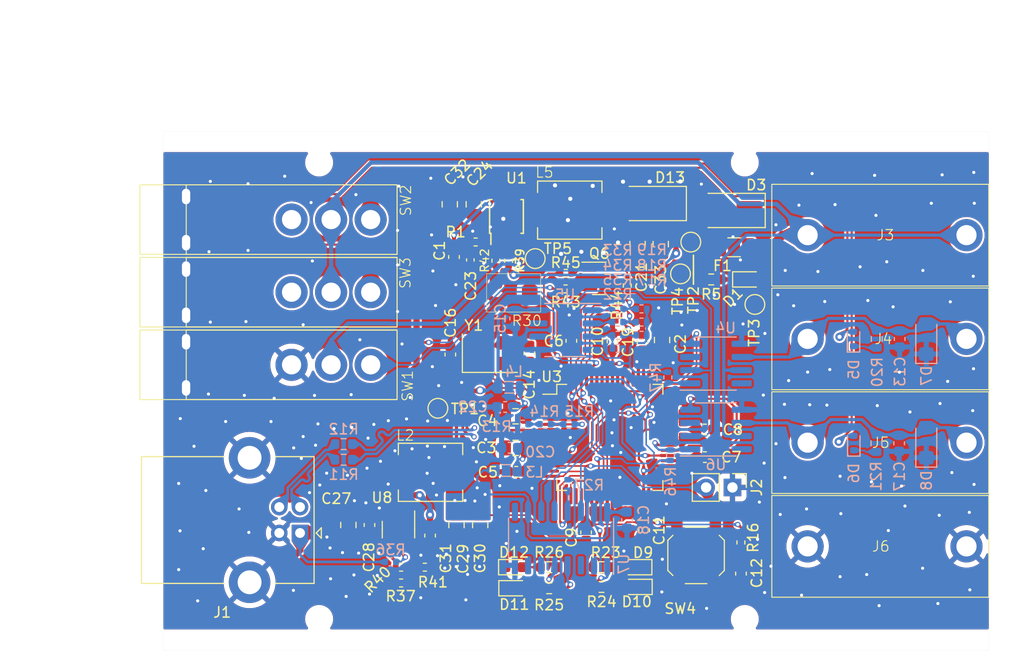
<source format=kicad_pcb>
(kicad_pcb (version 20221018) (generator pcbnew)
  (layers (0 "F.Cu" signal) (31 "B.Cu" signal) (34 "B.Paste" user) (35 "F.Paste" user) (36 "B.SilkS" user "B.Silkscreen") (37 "F.SilkS" user "F.Silkscreen") (38 "B.Mask" user) (39 "F.Mask" user) (44 "Edge.Cuts" user))
  (net 0 "")
  (net 1 "GND")
  (net 2 "+3V3")
  (net 3 "+1V8")
  (net 4 "Net-(D1-K)")
  (net 5 "VBUS")
  (net 6 "+BATT")
  (net 14 "Net-(SW1-B)")
  (net 15 "Net-(J2-Pin_2)")
  (net 16 "Net-(D7-A2)")
  (net 17 "/OSC_P")
  (net 18 "/OSC_N")
  (net 19 "Net-(D8-A2)")
  (net 20 "Net-(D5-K)")
  (net 21 "Net-(D5-A)")
  (net 22 "Net-(D6-K)")
  (net 23 "Net-(D6-A)")
  (net 24 "Net-(R13-Pad2)")
  (net 25 "Net-(R14-Pad2)")
  (net 26 "Net-(U3-REF)")
  (net 27 "Net-(U5-DO)")
  (net 30 "Net-(U3-VPHY)")
  (net 31 "Net-(U3-VPLL)")
  (net 61 "Net-(U8-SW)")
  (net 65 "Net-(D9-A)")
  (net 66 "Net-(D10-A)")
  (net 67 "Net-(D11-A)")
  (net 68 "Net-(D12-A)")
  (net 69 "/EECS")
  (net 70 "/EECLK")
  (net 71 "/EEDATA")
  (net 72 "Net-(U7-QA)")
  (net 73 "Net-(U7-QB)")
  (net 74 "Net-(U7-QE)")
  (net 75 "Net-(U7-QF)")
  (net 76 "/~{PWREN}")
  (net 77 "/UART1_TXD")
  (net 78 "/UART1_RXD")
  (net 79 "/UART2_TXD")
  (net 80 "/UART2_RXD")
  (net 81 "Net-(D3-K)")
  (net 82 "Net-(U1-SS)")
  (net 83 "Net-(C23-Pad2)")
  (net 84 "Net-(U1-COMP)")
  (net 85 "Net-(U1-FB)")
  (net 86 "Net-(R30-Pad2)")
  (net 88 "/USB_P")
  (net 89 "/USB_N")
  (net 90 "/USB-")
  (net 91 "/USB+")
  (net 92 "Net-(U8-CB)")
  (net 93 "/BOOST_OUT")
  (net 94 "/BOOST_SW")
  (net 95 "Net-(Q6-G)")
  (net 96 "/PWREN")
  (net 97 "Net-(U8-EN)")
  (net 98 "Net-(U8-FB)")
  (net 99 "Net-(R40-Pad2)")
  (net 100 "Net-(U5-CS)")
  (net 101 "Net-(U5-SCLK)")
  (net 102 "Net-(U5-DI)")
  (footprint "Capacitor_SMD:C_0603_1608Metric" (layer "F.Cu") (at 127.9886 82.1082 -90)
    (fp_text reference "C1")
    (fp_text value "100n")
  )
  (footprint "TestPoint:TestPoint_Pad_D1.5mm" (layer "F.Cu") (at 126.4392 96.6878 90)
    (fp_text reference "TP1")
    (fp_text value "TestPoint_Probe" hide)
  )
  (footprint "Capacitor_SMD:C_0603_1608Metric" (layer "F.Cu") (at 140.714 108.649 -90)
    (fp_text reference "C9")
    (fp_text value "100n")
  )
  (footprint "Capacitor_SMD:C_0603_1608Metric" (layer "F.Cu") (at 152.157 98.73)
    (fp_text reference "C8")
    (fp_text value "100n")
  )
  (footprint "Resistor_SMD:R_0603_1608Metric" (layer "F.Cu") (at 142.2005 112.004 180)
    (fp_text reference "R23")
    (fp_text value "220")
  )
  (footprint "MountingHole:MountingHole_2.2mm_M2" (layer "F.Cu") (at 155.998 73)
    (fp_text reference "H1" hide)
    (fp_text value "MountingHole" hide)
  )
  (footprint "Capacitor_SMD:C_0603_1608Metric" (layer "F.Cu") (at 143.254 90.234 90)
    (fp_text reference "C10")
    (fp_text value "100n")
  )
  (footprint "Capacitor_SMD:C_0603_1608Metric" (layer "F.Cu") (at 146.302 108.448 -90)
    (fp_text reference "C11")
    (fp_text value "100n")
  )
  (footprint "local:3305SMD-POT" (layer "F.Cu") (at 133.8306 85.5626 -90)
    (fp_text reference "R30")
    (fp_text value "2k")
  )
  (footprint "Capacitor_SMD:C_0805_2012Metric" (layer "F.Cu") (at 148.0292 90.1092 90)
    (fp_text reference "C2")
    (fp_text value "10u")
  )
  (footprint "TestPoint:TestPoint_Pad_D1.5mm" (layer "F.Cu") (at 149.8072 83.7338 90)
    (fp_text reference "TP4")
    (fp_text value "TestPoint_Probe" hide)
  )
  (footprint "TestPoint:TestPoint_Pad_D1.5mm" (layer "F.Cu") (at 150.798 80.668 90)
    (fp_text reference "TP2")
    (fp_text value "TestPoint_Probe" hide)
  )
  (footprint "Resistor_SMD:R_0402_1005Metric" (layer "F.Cu") (at 138.7328 85.1816 180)
    (fp_text reference "R43")
    (fp_text value "10k")
  )
  (footprint "Resistor_SMD:R_0603_1608Metric" (layer "F.Cu") (at 137.159 112.004)
    (fp_text reference "R26")
    (fp_text value "220")
  )
  (footprint "Diode_SMD:D_SMA" (layer "F.Cu") (at 154.4554 77.62 180)
    (fp_text reference "D3")
    (fp_text value "B140-13-F")
  )
  (footprint "Resistor_SMD:R_0402_1005Metric" (layer "F.Cu") (at 122.894 112.004)
    (fp_text reference "R40")
    (fp_text value "10k")
  )
  (footprint "TestPoint:TestPoint_Pad_D1.5mm" (layer "F.Cu") (at 156.97 86.6802 90)
    (fp_text reference "TP3")
    (fp_text value "TestPoint_Probe" hide)
  )
  (footprint "TestPoint:TestPoint_Pad_D1.5mm" (layer "F.Cu") (at 135.8118 82.2606 90)
    (fp_text reference "TP5")
    (fp_text value "TestPoint_Probe" hide)
  )
  (footprint "Resistor_SMD:R_0402_1005Metric" (layer "F.Cu") (at 130.0714 80.6604)
    (fp_text reference "R1")
    (fp_text value "47k")
  )
  (footprint "Capacitor_SMD:C_0603_1608Metric" (layer "F.Cu") (at 135.254 91.393 90)
    (fp_text reference "C14")
    (fp_text value "18p")
  )
  (footprint "LED_SMD:LED_0603_1608Metric" (layer "F.Cu") (at 133.793 114.036)
    (fp_text reference "D11")
    (fp_text value "LED")
  )
  (footprint "local:S3PCBKP" (layer "F.Cu") (at 102.184 78.5)
    (fp_text reference "SW2")
    (fp_text value "SW_SPDT")
  )
  (footprint "local:S3PCBKP" (layer "F.Cu") (at 102.184 92.5)
    (fp_text reference "SW1")
    (fp_text value "SW_SPDT")
  )
  (footprint "Capacitor_SMD:C_0603_1608Metric" (layer "F.Cu") (at 133.983 102.8092 180)
    (fp_text reference "C5")
    (fp_text value "100n")
  )
  (footprint "Resistor_SMD:R_0402_1005Metric" (layer "F.Cu") (at 144.6764 84.8514 90)
    (fp_text reference "R44")
    (fp_text value "10k")
  )
  (footprint "Fuse:Fuse_1206_3216Metric" (layer "F.Cu") (at 154.9634 81.1684)
    (fp_text reference "F1")
    (fp_text value "SN050-08")
  )
  (footprint "Capacitor_SMD:C_0603_1608Metric" (layer "F.Cu") (at 119.846 107.94 -90)
    (fp_text reference "C28")
    (fp_text value "100n")
  )
  (footprint "LED_SMD:LED_0603_1608Metric" (layer "F.Cu") (at 156.3097 84.2672)
    (fp_text reference "D1")
    (fp_text value "LED")
  )
  (footprint "Resistor_SMD:R_0603_1608Metric" (layer "F.Cu") (at 137.158 114.036)
    (fp_text reference "R25")
    (fp_text value "220")
  )
  (footprint "Resistor_SMD:R_0402_1005Metric" (layer "F.Cu") (at 133.2464 82.4638 -90)
    (fp_text reference "R39")
    (fp_text value "10k")
  )
  (footprint "MountingHole:MountingHole_2.2mm_M2" (layer "F.Cu") (at 114.998 117)
    (fp_text reference "H3" hide)
    (fp_text value "MountingHole" hide)
  )
  (footprint "LED_SMD:LED_0603_1608Metric" (layer "F.Cu") (at 145.591 113.909 180)
    (fp_text reference "D10")
    (fp_text value "LED")
  )
  (footprint "local:USB_B_Lumberg_2411_02_Horizontal" (layer "F.Cu") (at 113.16 108.71 180)
    (fp_text reference "J1")
    (fp_text value "USB_B")
  )
  (footprint "LED_SMD:LED_0603_1608Metric" (layer "F.Cu") (at 133.7675 112.004)
    (fp_text reference "D12")
    (fp_text value "LED")
  )
  (footprint "Capacitor_SMD:C_0603_1608Metric" (layer "F.Cu") (at 146.1496 90.3124 90)
    (fp_text reference "C19")
    (fp_text value "100n")
  )
  (footprint "Connector_PinHeader_2.54mm:PinHeader_1x02_P2.54mm_Vertical" (layer "F.Cu") (at 154.811 104.318 -90)
    (fp_text reference "J2")
    (fp_text value "Conn_01x02" hide)
  )
  (footprint "Package_SO:TSSOP-8_3x3mm_P0.65mm" (layer "F.Cu") (at 133.0432 78.1966 90)
    (fp_text reference "U1")
    (fp_text value "TPS61085" hide)
  )
  (footprint "MountingHole:MountingHole_2.2mm_M2" (layer "F.Cu") (at 155.998 117)
    (fp_text reference "H2" hide)
    (fp_text value "MountingHole" hide)
  )
  (footprint "Crystal:Crystal_SMD_5032-4Pin_5.0x3.2mm" (layer "F.Cu") (at 131.444 91.38)
    (fp_text reference "Y1")
    (fp_text value "CFPX-104")
  )
  (footprint "local:HPI0530" (layer "F.Cu") (at 139.1392 77.587)
    (fp_text reference "L5")
    (fp_text value "4.7uH")
  )
  (footprint "local:BananaJack_15.3mm" (layer "F.Cu") (at 162.05 80)
    (fp_text reference "J3")
    (fp_text value "Banana" hide)
  )
  (footprint "Capacitor_SMD:C_0603_1608Metric" (layer "F.Cu") (at 152.157 101.397)
    (fp_text reference "C7")
    (fp_text value "100n")
  )
  (footprint "Capacitor_SMD:C_0805_2012Metric" (layer "F.Cu") (at 147.9022 80.8636 90)
    (fp_text reference "C33")
    (fp_text value "10u")
  )
  (footprint "Capacitor_SMD:C_0603_1608Metric" (layer "F.Cu") (at 139.2916 90.1854 90)
    (fp_text reference "C6")
    (fp_text value "100n")
  )
  (footprint "Resistor_SMD:R_0402_1005Metric" (layer "F.Cu") (at 155.624 109.624 -90)
    (fp_text reference "R16")
    (fp_text value "10k")
  )
  (footprint "Resistor_SMD:R_0402_1005Metric" (layer "F.Cu") (at 125.18 112.004)
    (fp_text reference "R41")
    (fp_text value "330")
  )
  (footprint "Resistor_SMD:R_0402_1005Metric" (layer "F.Cu") (at 122.892 113.528)
    (fp_text reference "R37")
    (fp_text value "47k")
  )
  (footprint "Capacitor_SMD:C_0603_1608Metric" (layer "F.Cu") (at 155.628 112.623 -90)
    (fp_text reference "C12")
    (fp_text value "100n")
  )
  (footprint "Capacitor_SMD:C_0402_1005Metric" (layer "F.Cu") (at 129.5634 82.3876 90)
    (fp_text reference "C23")
    (fp_text value "2.2n")
  )
  (footprint "Capacitor_SMD:C_0805_2012Metric" (layer "F.Cu") (at 145.667 80.8636 90)
    (fp_text reference "C21")
    (fp_text value "10u")
  )
  (footprint "Package_TO_SOT_SMD:SOT-23-6" (layer "F.Cu") (at 122.64 108.382 -90)
    (fp_text reference "U8")
    (fp_text value "LMR51420" hide)
  )
  (footprint "Button_Switch_SMD:SW_SPST_SKQG_WithStem" (layer "F.Cu") (at 151.306 110.87 90)
    (fp_text reference "SW4")
    (fp_text value "TVCM17015BPB")
  )
  (footprint "local:BananaJack_15.3mm" (layer "F.Cu") (at 162.05 90)
    (fp_text reference "J4")
    (fp_text value "Conn_01x01" hide)
  )
  (footprint "Capacitor_SMD:C_0603_1608Metric" (layer "F.Cu") (at 127.634 91.507 -90)
    (fp_text reference "C16")
    (fp_text value "18p")
  )
  (footprint "local:S3PCBKP" (layer "F.Cu") (at 102.184 85.5)
    (fp_text reference "SW3")
    (fp_text value "SW_SPDT")
  )
  (footprint "Capacitor_SMD:C_0805_2012Metric" (layer "F.Cu") (at 117.814 107.94 90)
    (fp_text reference "C27")
    (fp_text value "10u")
  )
  (footprint "Capacitor_SMD:C_0805_2012Metric" (layer "F.Cu") (at 133.922 100.508 180)
    (fp_text reference "C3")
    (fp_text value "10u")
  )
  (footprint "Capacitor_SMD:C_0805_2012Metric" (layer "F.Cu") (at 127.5822 77.0282 90)
    (fp_text reference "C32")
    (fp_text value "10u")
  )
  (footprint "local:BananaJack_15.3mm" (layer "F.Cu") (at 162.05 100)
    (fp_text reference "J5")
    (fp_text value "Conn_01x01" hide)
  )
  (footprint "Capacitor_SMD:C_0805_2012Metric" (layer "F.Cu") (at 129.8936 77.0282 90)
    (fp_text reference "C24")
    (fp_text value "2.2u")
  )
  (footprint "local:HPI0530" (layer "F.Cu") (at 125.728 102.86)
    (fp_text reference "L2")
    (fp_text value "10uH")
  )
  (footprint "local:BananaJack_15.3mm" (layer "F.Cu") (at 162.05 110)
    (fp_text reference "J6")
    (fp_text value "Conn_01x01" hide)
  )
  (footprint "Capacitor_SMD:C_0805_2012Metric" (layer "F.Cu") (at 133.922 97.46 180)
    (fp_text reference "C4")
    (fp_text value "10u")
  )
  (footprint "Capacitor_SMD:C_0805_2012Metric" (layer "F.Cu") (at 130.514 107.94 90)
    (fp_text reference "C30")
    (fp_text value "22u")
  )
  (footprint "Diode_SMD:D_SMA" (layer "F.Cu") (at 146.8608 76.952 180)
    (fp_text reference "D13")
    (fp_text value "B140-13-F")
  )
  (footprint "Package_QFP:LQFP-64_10x10mm_P0.5mm" (layer "F.Cu") (at 143 99.492)
    (fp_text reference "U3")
    (fp_text value "FT4232H")
  )
  (footprint "LED_SMD:LED_0603_1608Metric" (layer "F.Cu") (at 145.5655 112.004 180)
    (fp_text reference "D9")
    (fp_text value "LED")
  )
  (footprint "Resistor_SMD:R_0603_1608Metric" (layer "F.Cu") (at 142.2005 113.909 180)
    (fp_text reference "R24")
    (fp_text value "220")
  )
  (footprint "MountingHole:MountingHole_2.2mm_M2" (layer "F.Cu") (at 114.998 73)
    (fp_text reference "H4" hide)
    (fp_text value "MountingHole" hide)
  )
  (footprint "Package_TO_SOT_SMD:SOT-23" (layer "F.Cu") (at 141.984 84.1656)
    (fp_text reference "Q6")
    (fp_text value "2N7002")
  )
  (footprint "Resistor_SMD:R_0402_1005Metric" (layer "F.Cu") (at 138.7582 83.683 180)
    (fp_text reference "R45")
    (fp_text value "220")
  )
  (footprint "Resistor_SMD:R_0603_1608Metric" (layer "F.Cu") (at 152.7622 84.2692 180)
    (fp_text reference "R5")
    (fp_text value "1k")
  )
  (footprint "Capacitor_SMD:C_0805_2012Metric" (layer "F.Cu") (at 128.228 107.94 90)
    (fp_text reference "C29")
    (fp_text value "22u")
  )
  (footprint "Capacitor_SMD:C_0603_1608Metric" (layer "F.Cu") (at 125.688 108.956 -90)
    (fp_text reference "C31")
    (fp_text value "100n")
  )
  (footprint "Resistor_SMD:R_0402_1005Metric" (layer "F.Cu") (at 132.0272 82.4638 -90)
    (fp_text reference "R42")
    (fp_text value "1k")
  )
  (footprint "Resistor_SMD:R_0402_1005Metric" (layer "B.Cu") (at 143.762 90.922 180)
    (fp_text reference "R22")
    (fp_text value "1.5k")
  )
  (footprint "Resistor_SMD:R_0402_1005Metric" (layer "B.Cu") (at 138.936 104.0792 -90)
    (fp_text reference "R27")
    (fp_text value "10k")
  )
  (footprint "Resistor_SMD:R_0402_1005Metric" (layer "B.Cu") (at 143.762 89.652)
    (fp_text reference "R35")
    (fp_text value "0")
  )
  (footprint "Diode_SMD:D_SOD-523" (layer "B.Cu") (at 166.4696 90.0076 90)
    (fp_text reference "D5")
    (fp_text value "BAS3005B")
  )
  (footprint "Capacitor_SMD:C_0603_1608Metric" (layer "B.Cu") (at 133.8814 88.0264 -90)
    (fp_text reference "C15")
    (fp_text value "100n")
  )
  (footprint "Resistor_SMD:R_0402_1005Metric" (layer "B.Cu") (at 143.762 88.382)
    (fp_text reference "R34")
    (fp_text value "0")
  )
  (footprint "Resistor_SMD:R_0402_1005Metric" (layer "B.Cu") (at 139.065 98.222)
    (fp_text reference "R15")
    (fp_text value "10k")
  )
  (footprint "Diode_SMD:D_SMF" (layer "B.Cu") (at 173.48 100 90)
    (fp_text reference "D8")
    (fp_text value "SMF33CA-DIO")
  )
  (footprint "Capacitor_SMD:C_0603_1608Metric" (layer "B.Cu") (at 133.348 100.4978)
    (fp_text reference "C20")
    (fp_text value "100n")
  )
  (footprint "Resistor_SMD:R_0402_1005Metric" (layer "B.Cu") (at 146.048 88.382 180)
    (fp_text reference "R18")
    (fp_text value "10k")
  )
  (footprint "Package_SO:SO-16_3.9x9.9mm_P1.27mm" (layer "B.Cu") (at 138.301 109.245 90)
    (fp_text reference "U7")
    (fp_text value "74HCT595")
  )
  (footprint "Inductor_SMD:L_0805_2012Metric" (layer "B.Cu") (at 133.3015 94.666)
    (fp_text reference "L4")
    (fp_text value "10u")
  )
  (footprint "Diode_SMD:D_SOD-523" (layer "B.Cu") (at 166.495 100.0406 90)
    (fp_text reference "D6")
    (fp_text value "BAS3005B")
  )
  (footprint "Capacitor_SMD:C_0603_1608Metric" (layer "B.Cu") (at 132.9162 96.5608)
    (fp_text reference "C22")
    (fp_text value "100n")
  )
  (footprint "Resistor_SMD:R_0603_1608Metric" (layer "B.Cu") (at 117.3592 101.6484)
    (fp_text reference "R11")
    (fp_text value "22")
  )
  (footprint "Resistor_SMD:R_0603_1608Metric" (layer "B.Cu") (at 168.6794 100.066 -90)
    (fp_text reference "R21")
    (fp_text value "1k")
  )
  (footprint "Resistor_SMD:R_0603_1608Metric" (layer "B.Cu") (at 168.7048 90.0076 -90)
    (fp_text reference "R20")
    (fp_text value "1k")
  )
  (footprint "Resistor_SMD:R_0603_1608Metric" (layer "B.Cu") (at 117.3592 100.1422)
    (fp_text reference "R12")
    (fp_text value "22")
  )
  (footprint "Capacitor_SMD:C_0603_1608Metric" (layer "B.Cu") (at 170.9146 90.0076 -90)
    (fp_text reference "C13")
    (fp_text value "220p")
  )
  (footprint "Capacitor_SMD:C_0603_1608Metric" (layer "B.Cu") (at 170.8638 100.066 -90)
    (fp_text reference "C17")
    (fp_text value "220p")
  )
  (footprint "Package_SO:SOIC-8_3.9x4.9mm_P1.27mm" (layer "B.Cu") (at 153.222 92.38)
    (fp_text reference "U4")
    (fp_text value "MCP2003" hide)
  )
  (footprint "Package_SO:SO-8_3.9x4.9mm_P1.27mm" (layer "B.Cu") (at 138.682 89.144 180)
    (fp_text reference "U5")
    (fp_text value "93LCxxC")
  )
  (footprint "Resistor_SMD:R_0402_1005Metric" (layer "B.Cu") (at 146.048 89.652 180)
    (fp_text reference "R17")
    (fp_text value "10k")
  )
  (footprint "Capacitor_SMD:C_0603_1608Metric" (layer "B.Cu") (at 144.651 107.467 -90)
    (fp_text reference "C18")
    (fp_text value "100n")
  )
  (footprint "Resistor_SMD:R_0402_1005Metric" (layer "B.Cu") (at 148.588 93.716 -90)
    (fp_text reference "R47")
    (fp_text value "4.7k")
  )
  (footprint "Resistor_SMD:R_0402_1005Metric" (layer "B.Cu") (at 134.62 98.222)
    (fp_text reference "R13")
    (fp_text value "1k")
  )
  (footprint "Resistor_SMD:R_0402_1005Metric" (layer "B.Cu") (at 148.842 101.209 90)
    (fp_text reference "R46")
    (fp_text value "4.7k")
  )
  (footprint "Diode_SMD:D_SMF" (layer "B.Cu") (at 173.48 90.0076 90)
    (fp_text reference "D7")
    (fp_text value "SMF33CA-DIO")
  )
  (footprint "Resistor_SMD:R_0402_1005Metric" (layer "B.Cu") (at 136.779 98.222)
    (fp_text reference "R14")
    (fp_text value "1k")
  )
  (footprint "Resistor_SMD:R_0402_1005Metric" (layer "B.Cu") (at 143.762 87.112)
    (fp_text reference "R33")
    (fp_text value "0")
  )
  (footprint "Package_SO:SOIC-8_3.9x4.9mm_P1.27mm" (layer "B.Cu") (at 153.222 98.73)
    (fp_text reference "U6")
    (fp_text value "MCP2003" hide)
  )
  (footprint "Resistor_SMD:R_0402_1005Metric" (layer "B.Cu") (at 121.878 111.496 180)
    (fp_text reference "R36")
    (fp_text value "0")
  )
  (footprint "Resistor_SMD:R_0402_1005Metric" (layer "B.Cu") (at 146.048 87.112 180)
    (fp_text reference "R19")
    (fp_text value "10k")
  )
  (footprint "Inductor_SMD:L_0805_2012Metric" (layer "B.Cu") (at 133.0178 102.6822)
    (fp_text reference "L3")
    (fp_text value "10u")
  )
  (gr_line (start 151.052 84.732) (end 151.052 83.716) (stroke (width 0.15)) (layer "F.SilkS"))
  (gr_line (start 151.052 83.716) (end 151.052 81.938) (stroke (width 0.15)) (layer "F.SilkS"))
  (gr_line (start 100 70) (end 179.5 70) (stroke (width 0.01)) (layer "Edge.Cuts"))
  (gr_line (start 100 120) (end 100 70) (stroke (width 0.01)) (layer "Edge.Cuts"))
  (gr_line (start 179.5 120) (end 100 120) (stroke (width 0.01)) (layer "Edge.Cuts"))
  (gr_line (start 179.5 70) (end 179.5 120) (stroke (width 0.01)) (layer "Edge.Cuts"))
  (via (at 118.35 112.75) (size 0.5) (drill 0.3) (layers "F.Cu" "B.Cu") (net 1))
  (via (at 162.25 96.35) (size 0.5) (drill 0.3) (layers "F.Cu" "B.Cu") (net 1))
  (via (at 130.861 96.4668) (size 0.5) (drill 0.3) (layers "F.Cu" "B.Cu") (net 1))
  (via (at 108.1512 81.4732) (size 0.5) (drill 0.3) (layers "F.Cu" "B.Cu") (net 1))
  (via (at 118.1356 98.5242) (size 0.5) (drill 0.3) (layers "F.Cu" "B.Cu") (net 1))
  (via (at 120.6 112.8) (size 0.5) (drill 0.3) (layers "F.Cu" "B.Cu") (net 1))
  (via (at 107.2876 106.3906) (size 0.5) (drill 0.3) (layers "F.Cu" "B.Cu") (net 1))
  (via (at 152.322 115.974) (size 0.5) (drill 0.3) (layers "F.Cu" "B.Cu") (net 1))
  (via (at 161.466 114.704) (size 0.5) (drill 0.3) (layers "F.Cu" "B.Cu") (net 1))
  (via (at 139.19 99.5072) (size 0.5) (drill 0.3) (layers "F.Cu" "B.Cu") (net 1))
  (via (at 149.9342 88.6614) (size 0.5) (drill 0.3) (layers "F.Cu" "B.Cu") (net 1))
  (via (at 120.8 106.3) (size 0.5) (drill 0.3) (layers "F.Cu" "B.Cu") (net 1))
  (via (at 151.4074 87.2644) (size 0.5) (drill 0.3) (layers "F.Cu" "B.Cu") (net 1))
  (via (at 178.1028 76.9266) (size 0.5) (drill 0.3) (layers "F.Cu" "B.Cu") (net 1))
  (via (at 169.8224 108.4734) (size 0.5) (drill 0.3) (layers "F.Cu" "B.Cu") (net 1))
  (via (at 107.7956 95.4432) (size 0.5) (drill 0.3) (layers "F.Cu" "B.Cu") (net 1))
  (via (at 125.7534 74.5136) (size 0.5) (drill 0.3) (layers "F.Cu" "B.Cu") (net 1))
  (via (at 144.35 110.45) (size 0.5) (drill 0.3) (layers "F.Cu" "B.Cu") (net 1))
  (via (at 169.67 82.5654) (size 0.5) (drill 0.3) (layers "F.Cu" "B.Cu") (net 1))
  (via (at 159 100.1) (size 0.5) (drill 0.3) (layers "F.Cu" "B.Cu") (net 1))
  (via (at 159.4084 106.924) (size 0.5) (drill 0.3) (layers "F.Cu" "B.Cu") (net 1))
  (via (at 126.3 105.05) (size 0.5) (drill 0.3) (layers "F.Cu" "B.Cu") (net 1))
  (via (at 108.1512 75.047) (size 0.5) (drill 0.3) (layers "F.Cu" "B.Cu") (net 1))
  (via (at 101.4732 103.9344) (size 0.5) (drill 0.3) (layers "F.Cu" "B.Cu") (net 1))
  (via (at 162.482 74.064) (size 0.5) (drill 0.3) (layers "F.Cu" "B.Cu") (net 1))
  (via (at 143.4 97.8) (size 0.5) (drill 0.3) (layers "F.Cu" "B.Cu") (net 1))
  (via (at 104.519 74.8184) (size 0.5) (drill 0.3) (layers "F.Cu" "B.Cu") (net 1))
  (via (at 147.25 98.05) (size 0.5) (drill 0.3) (layers "F.Cu" "B.Cu") (net 1))
  (via (at 143.2 99.05) (size 0.5) (drill 0.3) (layers "F.Cu" "B.Cu") (net 1))
  (via (at 113.4598 88.636) (size 0.5) (drill 0.3) (layers "F.Cu" "B.Cu") (net 1))
  (via (at 148.3594 85.1054) (size 0.5) (drill 0.3) (layers "F.Cu" "B.Cu") (net 1))
  (via (at 107.948 88.3312) (size 0.5) (drill 0.3) (layers "F.Cu" "B.Cu") (net 1))
  (via (at 171.9052 97.0434) (size 0.5) (drill 0.3) (layers "F.Cu" "B.Cu") (net 1))
  (via (at 120.2692 98.2448) (size 0.5) (drill 0.3) (layers "F.Cu" "B.Cu") (net 1))
  (via (at 116.4338 98.6512) (size 0.5) (drill 0.3) (layers "F.Cu" "B.Cu") (net 1))
  (via (at 125.4 102.95) (size 0.5) (drill 0.3) (layers "F.Cu" "B.Cu") (net 1))
  (via (at 129.1316 115.1536) (size 0.5) (drill 0.3) (layers "F.Cu" "B.Cu") (net 1))
  (via (at 134.05 108.55) (size 0.5) (drill 0.3) (layers "F.Cu" "B.Cu") (net 1))
  (via (at 144.05 100.95) (size 0.5) (drill 0.3) (layers "F.Cu" "B.Cu") (net 1))
  (via (at 117.7292 103.147) (size 0.5) (drill 0.3) (layers "F.Cu" "B.Cu") (net 1))
  (via (at 114.5542 95.4508) (size 0.5) (drill 0.3) (layers "F.Cu" "B.Cu") (net 1))
  (via (at 173.9626 76.9266) (size 0.5) (drill 0.3) (layers "F.Cu" "B.Cu") (net 1))
  (via (at 120.75 110.65) (size 0.5) (drill 0.3) (layers "F.Cu" "B.Cu") (net 1))
  (via (at 159.8148 96.3068) (size 0.5) (drill 0.3) (layers "F.Cu" "B.Cu") (net 1))
  (via (at 114.222 76.858) (size 0.5) (drill 0.3) (layers "F.Cu" "B.Cu") (net 1))
  (via (at 123.7722 95.6464) (size 0.5) (drill 0.3) (layers "F.Cu" "B.Cu") (net 1))
  (via (at 122.553 87.366) (size 0.5) (drill 0.3) (layers "F.Cu" "B.Cu") (net 1))
  (via (at 139.0884 87.6962) (size 0.5) (drill 0.3) (layers "F.Cu" "B.Cu") (net 1))
  (via (at 126.4 110.9) (size 0.5) (drill 0.3) (layers "F.Cu" "B.Cu") (net 1))
  (via (at 115.7226 102.9438) (size 0.5) (drill 0.3) (layers "F.Cu" "B.Cu") (net 1))
  (via (at 138.301 81.8034) (size 0.8) (drill 0.4) (layers "F.Cu" "B.Cu") (net 1))
  (via (at 170.2796 86.9088) (size 0.5) (drill 0.3) (layers "F.Cu" "B.Cu") (net 1))
  (via (at 139.19 76.4948) (size 0.8) (drill 0.4) (layers "F.Cu" "B.Cu") (net 1))
  (via (at 144.27 74.8438) (size 0.8) (drill 0.4) (layers "F.Cu" "B.Cu") (net 1))
  (via (at 124.7882 114.9504) (size 0.5) (drill 0.3) (layers "F.Cu" "B.Cu") (net 1))
  (via (at 167.85 86.3) (size 0.5) (drill 0.3) (layers "F.Cu" "B.Cu") (net 1))
  (via (at 155.573 82.3876) (size 0.5) (drill 0.3) (layers "F.Cu" "B.Cu") (net 1))
  (via (at 125.4254 100.3276) (size 0.5) (drill 0.3) (layers "F.Cu" "B.Cu") (net 1))
  (via (at 178.052 73.9548) (size 0.5) (drill 0.3) (layers "F.Cu" "B.Cu") (net 1))
  (via (at 148.0546 111.242) (size 0.5) (drill 0.3) (layers "F.Cu" "B.Cu") (net 1))
  (via (at 122.68 75.2756) (size 0.5) (drill 0.3) (layers "F.Cu" "B.Cu") (net 1))
  (via (at 177.9504 96.9164) (size 0.5) (drill 0.3) (layers "F.Cu" "B.Cu") (net 1))
  (via (at 164.6916 77.0536) (size 0.5) (drill 0.3) (layers "F.Cu" "B.Cu") (net 1))
  (via (at 151.814 75.08) (size 0.5) (drill 0.3) (layers "F.Cu" "B.Cu") (net 1))
  (via (at 167.1 83.05) (size 0.5) (drill 0.3) (layers "F.Cu" "B.Cu") (net 1))
  (via (at 168.7556 96.4338) (size 0.5) (drill 0.3) (layers "F.Cu" "B.Cu") (net 1))
  (via (at 171.4226 106.1112) (size 0.5) (drill 0.3) (layers "F.Cu" "B.Cu") (net 1))
  (via (at 174.8008 96.2306) (size 0.5) (drill 0.3) (layers "F.Cu" "B.Cu") (net 1))
  (via (at 115.0622 104.0868) (size 0.5) (drill 0.3) (layers "F.Cu" "B.Cu") (net 1))
  (via (at 168.6286 78.095) (size 0.5) (drill 0.3) (layers "F.Cu" "B.Cu") (net 1))
  (via (at 127.0764 100.3784) (size 0.5) (drill 0.3) (layers "F.Cu" "B.Cu") (net 1))
  (via (at 142.3904 81.7018) (size 0.8) (drill 0.4) (layers "F.Cu" "B.Cu") (net 1))
  (via (at 136.1674 93.9954) (size 0.5) (drill 0.3) (layers "F.Cu" "B.Cu") (net 1))
  (via (at 168.9334 115.7124) (size 0.5) (drill 0.3) (layers "F.Cu" "B.Cu") (net 1))
  (via (at 121.6662 97.8892) (size 0.5) (drill 0.3) (layers "F.Cu" "B.Cu") (net 1))
  (via (at 175.9438 102.8854) (size 0.5) (drill 0.3) (layers "F.Cu" "B.Cu") (net 1))
  (via (at 149.858 87.4422) (size 0.5) (drill 0.3) (layers "F.Cu" "B.Cu") (net 1))
  (via (at 175.5374 94.097) (size 0.5) (drill 0.3) (layers "F.Cu" "B.Cu") (net 1))
  (via (at 123.95 100.6) (size 0.5) (drill 0.3) (layers "F.Cu" "B.Cu") (net 1))
  (via (at 157.859 101.971) (size 0.5) (drill 0.3) (layers "F.Cu" "B.Cu") (net 1))
  (via (at 122.553 79.5428) (size 0.5) (drill 0.3) (layers "F.Cu" "B.Cu") (net 1))
  (via (at 145.05 98.55) (size 0.5) (drill 0.3) (layers "F.Cu" "B.Cu") (net 1))
  (via (at 143.0762 95.9766) (size 0.5) (drill 0.3) (layers "F.Cu" "B.Cu") (net 1))
  (via (at 154.862 80.16) (size 0.5) (drill 0.3) (layers "F.Cu" "B.Cu") (net 1))
  (via (at 145.6 92.2) (size 0.5) (drill 0.3) (layers "F.Cu" "B.Cu") (net 1))
  (via (at 131.4938 79.2126) (size 0.5) (drill 0.3) (layers "F.Cu" "B.Cu") (net 1))
  (via (at 104.3412 95.3162) (size 0.5) (drill 0.3) (layers "F.Cu" "B.Cu") (net 1))
  (via (at 128.8522 74.3866) (size 0.5) (drill 0.3) (layers "F.Cu" "B.Cu") (net 1))
  (via (at 116.05 110.15) (size 0.5) (drill 0.3) (layers "F.Cu" "B.Cu") (net 1))
  (via (at 126.2106 86.7818) (size 0.5) (drill 0.3) (layers "F.Cu" "B.Cu") (net 1))
  (via (at 159.891 83.4036) (size 0.5) (drill 0.3) (layers "F.Cu" "B.Cu") (net 1))
  (via (at 177.6202 106.7208) (size 0.5) (drill 0.3) (layers "F.Cu" "B.Cu") (net 1))
  (via (at 178.0774 104.0284) (size 0.5) (drill 0.3) (layers "F.Cu" "B.Cu") (net 1))
  (via (at 118.4 105.6) (size 0.5) (drill 0.3) (layers "F.Cu" "B.Cu") (net 1))
  (via (at 138.301 92.6238) (size 0.5) (drill 0.3) (layers "F.Cu" "B.Cu") (net 1))
  (via (at 147.1 96.55) (size 0.5) (drill 0.3) (layers "F.Cu" "B.Cu") (net 1))
  (via (at 159.8656 103.368) (size 0.5) (drill 0.3) (layers "F.Cu" "B.Cu") (net 1))
  (via (at 119.5 105.8) (size 0.5) (drill 0.3) (layers "F.Cu" "B.Cu") (net 1))
  (via (at 147.699 87.0104) (size 0.5) (drill 0.3) (layers "F.Cu" "B.Cu") (net 1))
  (via (at 125.8296 79.9746) (size 0.5) (drill 0.3) (layers "F.Cu" "B.Cu") (net 1))
  (via (at 158.5194 111.91) (size 0.5) (drill 0.3) (layers "F.Cu" "B.Cu") (net 1))
  (via (at 103.8332 110.226) (size 0.5) (drill 0.3) (layers "F.Cu" "B.Cu") (net 1))
  (via (at 104.0872 104.6126) (size 0.5) (drill 0.3) (layers "F.Cu" "B.Cu") (net 1))
  (via (at 125.4508 97.9146) (size 0.5) (drill 0.3) (layers "F.Cu" "B.Cu") (net 1))
  (via (at 103.3 115.25) (size 0.5) (drill 0.3) (layers "F.Cu" "B.Cu") (net 1))
  (via (at 164.1836 92.954) (size 0.5) (drill 0.3) (layers "F.Cu" "B.Cu") (net 1))
  (via (at 102.95 100.35) (size 0.5) (drill 0.3) (layers "F.Cu" "B.Cu") (net 1))
  (via (at 146.8354 74.8438) (size 0.8) (drill 0.4) (layers "F.Cu" "B.Cu") (net 1))
  (via (at 105.9944 97.9654) (size 0.5) (drill 0.3) (layers "F.Cu" "B.Cu") (net 1))
  (via (at 108.2274 108.6512) (size 0.5) (drill 0.3) (layers "F.Cu" "B.Cu") (net 1))
  (via (at 129.792 79.619) (size 0.5) (drill 0.3) (layers "F.Cu" "B.Cu") (net 1))
  (via (at 139.5456 87.0612) (size 0.5) (drill 0.3) (layers "F.Cu" "B.Cu") (net 1))
  (via (at 119.7104 99.5656) (size 0.5) (drill 0.3) (layers "F.Cu" "B.Cu") (net 1))
  (via (at 138.9614 97.1704) (size 0.5) (drill 0.3) (layers "F.Cu" "B.Cu") (net 1))
  (via (at 120.9042 101.8008) (size 0.5) (drill 0.3) (layers "F.Cu" "B.Cu") (net 1))
  (via (at 162.05 93.2) (size 0.5) (drill 0.3) (layers "F.Cu" "B.Cu") (net 1))
  (via (at 104.519 88.382) (size 0.5) (drill 0.3) (layers "F.Cu" "B.Cu") (net 1))
  (via (at 177.671 114.1884) (size 0.5) (drill 0.3) (layers "F.Cu" "B.Cu") (net 1))
  (via (at 133.0178 109.718) (size 0.5) (drill 0.3) (layers "F.Cu" "B.Cu") (net 1))
  (via (at 112.5476 100.5054) (size 0.5) (drill 0.3) (layers "F.Cu" "B.Cu") (net 1))
  (via (at 165.2504 106.8478) (size 0.5) (drill 0.3) (layers "F.Cu" "B.Cu") (net 1))
  (via (at 171.0924 104.1808) (size 0.5) (drill 0.3) (layers "F.Cu" "B.Cu") (net 1))
  (via (at 119.85 114.6) (size 0.5) (drill 0.3) (layers "F.Cu" "B.Cu") (net 1))
  (via (at 131.0388 99.6926) (size 0.5) (drill 0.3) (layers "F.Cu" "B.Cu") (net 1))
  (via (at 143.9652 103.3426) (size 0.5) (drill 0.3) (layers "F.Cu" "B.Cu") (net 1))
  (via (at 143.25 100.3) (size 0.5) (drill 0.3) (layers "F.Cu" "B.Cu") (net 1))
  (via (at 135.5 104.4) (size 0.5) (drill 0.3) (layers "F.Cu" "B.Cu") (net 1))
  (via (at 127.1 112.1) (size 0.5) (drill 0.3) (layers "F.Cu" "B.Cu") (net 1))
  (via (at 116.1014 113.1216) (size 0.5) (drill 0.3) (layers "F.Cu" "B.Cu") (net 1))
  (via (at 127.25 110.75) (size 0.5) (drill 0.3) (layers "F.Cu" "B.Cu") (net 1))
  (via (at 110.3632 97.9654) (size 0.5) (drill 0.3) (layers "F.Cu" "B.Cu") (net 1))
  (via (at 130.15 101.85) (size 0.5) (drill 0.3) (layers "F.Cu" "B.Cu") (net 1))
  (via (at 122.3012 100.7848) (size 0.5) (drill 0.3) (layers "F.Cu" "B.Cu") (net 1))
  (via (at 165.1742 103.241) (size 0.5) (drill 0.3) (layers "F.Cu" "B.Cu") (net 1))
  (via (at 130.45 111.95) (size 0.5) (drill 0.3) (layers "F.Cu" "B.Cu") (net 1))
  (via (at 174.7246 107.0002) (size 0.5) (drill 0.3) (layers "F.Cu" "B.Cu") (net 1))
  (via (at 129.35 110.95) (size 0.5) (drill 0.3) (layers "F.Cu" "B.Cu") (net 1))
  (via (at 113.2842 101.5214) (size 0.5) (drill 0.3) (layers "F.Cu" "B.Cu") (net 1))
  (via (at 112.52 114.2392) (size 0.5) (drill 0.3) (layers "F.Cu" "B.Cu") (net 1))
  (via (at 129.718 96.3398) (size 0.5) (drill 0.3) (layers "F.Cu" "B.Cu") (net 1))
  (via (at 163.7 86.4) (size 0.5) (drill 0.3) (layers "F.Cu" "B.Cu") (net 1))
  (via (at 149.782 74.826) (size 0.8) (drill 0.4) (layers "F.Cu" "B.Cu") (net 1))
  (via (at 157.224 109.3116) (size 0.5) (drill 0.3) (layers "F.Cu" "B.Cu") (net 1))
  (via (at 121.65 104) (size 0.5) (drill 0.3) (layers "F.Cu" "B.Cu") (net 1))
  (via (at 141.349 75.2502) (size 0.8) (drill 0.4) (layers "F.Cu" "B.Cu") (net 1))
  (via (at 157.9352 89.4742) (size 0.5) (drill 0.3) (layers "F.Cu" "B.Cu") (net 1))
  (via (at 101.6 108.5) (size 0.5) (drill 0.3) (layers "F.Cu" "B.Cu") (net 1))
  (via (at 114.3488 82.4892) (size 0.5) (drill 0.3) (layers "F.Cu" "B.Cu") (net 1))
  (via (at 118.9208 90.0838) (size 0.5) (drill 0.3) (layers "F.Cu" "B.Cu") (net 1))
  (via (at 126.5154 94.5034) (size 0.5) (drill 0.3) (layers "F.Cu" "B.Cu") (net 1))
  (via (at 149.1 92.3) (size 0.5) (drill 0.3) (layers "F.Cu" "B.Cu") (net 1))
  (via (at 114.6558 100.2514) (size 0.5) (drill 0.3) (layers "F.Cu" "B.Cu") (net 1))
  (via (at 160.7038 86.8072) (size 0.5) (drill 0.3) (layers "F.Cu" "B.Cu") (net 1))
  (via (at 178.0012 83.9624) (size 0.5) (drill 0.3) (layers "F.Cu" "B.Cu") (net 1))
  (via (at 159.18 85.748) (size 0.5) (drill 0.3) (layers "F.Cu" "B.Cu") (net 1))
  (via (at 114.0716 104.8234) (size 0.5) (drill 0.3) (layers "F.Cu" "B.Cu") (net 1))
  (via (at 128.1664 84.7752) (size 0.5) (drill 0.3) (layers "F.Cu" "B.Cu") (net 1))
  (via (at 147 84.95) (size 0.8) (drill 0.4) (layers "F.Cu" "B.Cu") (net 1))
  (via (at 128.2 111.95) (size 0.5) (drill 0.3) (layers "F.Cu" "B.Cu") (net 1))
  (via (at 124.8 110.85) (size 0.5) (drill 0.3) (layers "F.Cu" "B.Cu") (net 1))
  (via (at 119.6088 102.4612) (size 0.5) (drill 0.3) (layers "F.Cu" "B.Cu") (net 1))
  (via (at 132.7384 78.4252) (size 0.8) (drill 0.4) (layers "F.Cu" "B.Cu") (net 1))
  (via (at 153.0584 85.7912) (size 0.5) (drill 0.3) (layers "F.Cu" "B.Cu") (net 1))
  (via (at 168.5016 74.2342) (size 0.5) (drill 0.3) (layers "F.Cu" "B.Cu") (net 1))
  (via (at 137.7168 75.1994) (size 0.8) (drill 0.4) (layers "F.Cu" "B.Cu") (net 1))
  (via (at 123.4188 97.7114) (size 0.5) (drill 0.3) (layers "F.Cu" "B.Cu") (net 1))
  (via (at 160.2212 94.0208) (size 0.5) (drill 0.3) (layers "F.Cu" "B.Cu") (net 1))
  (via (at 155.0142 86.6802) (size 0.5) (drill 0.3) (layers "F.Cu" "B.Cu") (net 1))
  (via (at 161.9484 106.3906) (size 0.5) (drill 0.3) (layers "F.Cu" "B.Cu") (net 1))
  (via (at 161.212 77.112) (size 0.5) (drill 0.3) (layers "F.Cu" "B.Cu") (net 1))
  (via (at 165.1742 112.9184) (size 0.5) (drill 0.3) (layers "F.Cu" "B.Cu") (net 1))
  (via (at 175.004 74.1834) (size 0.5) (drill 0.3) (layers "F.Cu" "B.Cu") (net 1))
  (via (at 157.7828 95.4178) (size 0.5) (drill 0.3) (layers "F.Cu" "B.Cu") (net 1))
  (via (at 138.9614 78.5522) (size 0.8) (drill 0.4) (layers "F.Cu" "B.Cu") (net 1))
  (via (at 129.845 100.48) (size 0.5) (drill 0.3) (layers "F.Cu" "B.Cu") (net 1))
  (via (at 168.1968 103.7744) (size 0.5) (drill 0.3) (layers "F.Cu" "B.Cu") (net 1))
  (via (at 125.5756 101.4376) (size 0.5) (drill 0.3) (layers "F.Cu" "B.Cu") (net 1))
  (via (at 128.7252 94.1986) (size 0.5) (drill 0.3) (layers "F.Cu" "B.Cu") (net 1))
  (via (at 173.1244 112.1056) (size 0.5) (drill 0.3) (layers "F.Cu" "B.Cu") (net 1))
  (via (at 155.827 88.5598) (size 0.5) (drill 0.3) (layers "F.Cu" "B.Cu") (net 1))
  (via (at 143.432 79.398) (size 0.5) (drill 0.3) (layers "F.Cu" "B.Cu") (net 1))
  (via (at 113.462 99.4132) (size 0.5) (drill 0.3) (layers "F.Cu" "B.Cu") (net 1))
  (via (at 175.7914 86.4262) (size 0.5) (drill 0.3) (layers "F.Cu" "B.Cu") (net 1))
  (via (at 158.998 79) (size 0.5) (drill 0.3) (layers "F.Cu" "B.Cu") (net 1))
  (via (at 140.2568 81.6002) (size 0.8) (drill 0.4) (layers "F.Cu" "B.Cu") (net 1))
  (via (at 118.0848 95.3746) (size 0.5) (drill 0.3) (layers "F.Cu" "B.Cu") (net 1))
  (via (at 157.4018 105.7302) (size 0.5) (drill 0.3) (layers "F.Cu" "B.Cu") (net 1))
  (via (at 148.0038 114.3916) (size 0.5) (drill 0.3) (layers "F.Cu" "B.Cu") (net 1))
  (via (at 125.982 103.9268) (size 0.5) (drill 0.3) (layers "F.Cu" "B.Cu") (net 1))
  (via (at 132.35 106.2) (size 0.5) (drill 0.3) (layers "F.Cu" "B.Cu") (net 1))
  (via (at 163.9042 96.383) (size 0.5) (drill 0.3) (layers "F.Cu" "B.Cu") (net 1))
  (via (at 122.553 82.8702) (size 0.5) (drill 0.3) (layers "F.Cu" "B.Cu") (net 1))
  (via (at 129.3 112.7) (size 0.5) (drill 0.3) (layers "F.Cu" "B.Cu") (net 1))
  (via (at 101.4732 112.2402) (size 0.5) (drill 0.3) (layers "F.Cu" "B.Cu") (net 1))
  (via (at 118.8 110.65) (size 0.5) (drill 0.3) (layers "F.Cu" "B.Cu") (net 1))
  (via (at 101.6256 97.686) (size 0.5) (drill 0.3) (layers "F.Cu" "B.Cu") (net 1))
  (via (at 117.25 110.6) (size 0.5) (drill 0.3) (layers "F.Cu" "B.Cu") (net 1))
  (via (at 170.8892 93.208) (size 0.5) (drill 0.3) (layers "F.Cu" "B.Cu") (net 1))
  (via (at 125.9566 83.4544) (size 0.5) (drill 0.3) (layers "F.Cu" "B.Cu") (net 1))
  (via (at 127.3558 97.8638) (size 0.5) (drill 0.3) (layers "F.Cu" "B.Cu") (net 1))
  (via (at 110.668 95.7302) (size 0.5) (drill 0.3) (layers "F.Cu" "B.Cu") (net 1))
  (via (at 125.9058 92.6746) (size 0.5) (drill 0.3) (layers "F.Cu" "B.Cu") (net 1))
  (via (at 104.392 81.6002) (size 0.5) (drill 0.3) (layers "F.Cu" "B.Cu") (net 1))
  (via (at 114.8844 98.194) (size 0.5) (drill 0.3) (layers "F.Cu" "B.Cu") (net 1))
  (via (at 132.4 104.15) (size 0.5) (drill 0.3) (layers "F.Cu" "B.Cu") (net 1))
  (via (at 163.0406 83.5052) (size 0.5) (drill 0.3) (layers "F.Cu" "B.Cu") (net 1))
  (via (at 148.45 105.9) (size 0.5) (drill 0.3) (layers "F.Cu" "B.Cu") (net 1))
  (via (at 174.5976 115.5092) (size 0.5) (drill 0.3) (layers "F.Cu" "B.Cu") (net 1))
  (via (at 130.8588 82.7178) (size 0.5) (drill 0.3) (layers "F.Cu" "B.Cu") (net 1))
  (via (at 111.682 74.318) (size 0.5) (drill 0.3) (layers "F.Cu" "B.Cu") (net 1))
  (via (at 117.6 114.8234) (size 0.5) (drill 0.3) (layers "F.Cu" "B.Cu") (net 1))
  (via (at 178.0266 92.8778) (size 0.5) (drill 0.3) (layers "F.Cu" "B.Cu") (net 1))
  (via (at 157.91 114.45) (size 0.5) (drill 0.3) (layers "F.Cu" "B.Cu") (net 1))
  (via (at 150.9 102.95) (size 0.5) (drill 0.3) (layers "F.Cu" "B.Cu") (net 1))
  (via (at 173.1498 83.4036) (size 0.5) (drill 0.3) (layers "F.Cu" "B.Cu") (net 1))
  (via (at 167.7396 112.7152) (size 0.5) (drill 0.3) (layers "F.Cu" "B.Cu") (net 1))
  (via (at 115.75 109.1) (size 0.5) (drill 0.3) (layers "F.Cu" "B.Cu") (net 1))
  (via (at 118.54 76.096) (size 0.5) (drill 0.3) (layers "F.Cu" "B.Cu") (net 1))
  (via (at 122.9848 90.4902) (size 0.5) (drill 0.3) (layers "F.Cu" "B.Cu") (net 1))
  (via (at 143.7874 80.7112) (size 0.8) (drill 0.4) (layers "F.Cu" "B.Cu") (net 1))
  (segment (start 146.25 107.621) (end 146.25 105.167) (width 0.2032) (layer "F.Cu") (net 2))
  (segment (start 130.4524 113.528) (end 131.4938 112.4866) (width 0.1524) (layer "F.Cu") (net 2))
  (segment (start 131.95 106.99) (end 130.514 106.99) (width 0.1524) (layer "F.Cu") (net 2))
  (segment (start 148.675 98.742) (end 146.4512 98.742) (width 0.2032) (layer "F.Cu") (net 2))
  (segment (start 140.714 107.874) (end 140.714 105.203) (width 0.2032) (layer "F.Cu") (net 2))
  (segment (start 145.8 101.603319) (end 145.8 99.3488) (width 0.2032) (layer "F.Cu") (net 2))
  (segment (start 143.9144 92.3621) (end 143.8559 92.4206) (width 0.2032) (layer "F.Cu") (net 2))
  (segment (start 143.254 92.4206) (end 143.254 93.813) (width 0.2032) (layer "F.Cu") (net 2))
  (segment (start 140.714 107.874) (end 144.4122 107.874) (width 0.1524) (layer "F.Cu") (net 2))
  (segment (start 146.429 97.8562) (end 145.35 96.7772) (width 0.2032) (layer "F.Cu") (net 2))
  (segment (start 131.9764 107.0164) (end 131.95 106.99) (width 0.1524) (layer "F.Cu") (net 2))
  (segment (start 146.25 102.053319) (end 145.8 101.603319) (width 0.2032) (layer "F.Cu") (net 2))
  (segment (start 145.35 96.7772) (end 145.35 95.05) (width 0.2032) (layer "F.Cu") (net 2))
  (segment (start 146.2512 93.8158) (end 146.2512 91.189) (width 0.2032) (layer "F.Cu") (net 2))
  (segment (start 144.4122 107.874) (end 144.6256 107.6606) (width 0.1524) (layer "F.Cu") (net 2))
  (segment (start 146.111 95.05) (end 146.25 94.911) (width 0.2032) (layer "F.Cu") (net 2))
  (segment (start 138.936 109.0068) (end 140.0688 107.874) (width 0.1524) (layer "F.Cu") (net 2))
  (segment (start 126.4392 96.6878) (end 128.2172 96.6878) (width 0.3048) (layer "F.Cu") (net 2))
  (segment (start 146.429 98.7198) (end 146.429 97.8562) (width 0.2032) (layer "F.Cu") (net 2))
  (segment (start 123.402 113.528) (end 130.4524 113.528) (width 0.1524) (layer "F.Cu") (net 2))
  (segment (start 146.25 94.911) (end 146.25 93.817) (width 0.2032) (layer "F.Cu") (net 2))
  (segment (start 146.25 102.7) (end 146.25 102.053319) (width 0.2032) (layer "F.Cu") (net 2))
  (segment (start 147.5974 107.7114) (end 146.3404 107.7114) (width 0.1524) (layer "F.Cu") (net 2))
  (segment (start 130.514 106.99) (end 135.1158 106.99) (width 0.1524) (layer "F.Cu") (net 2))
  (segment (start 155.4132 107.8892) (end 155.624 108.1) (width 0.1524) (layer "F.Cu") (net 2))
  (segment (start 155.624 108.1) (end 155.624 109.114) (width 0.1524) (layer "F.Cu") (net 2))
  (segment (start 131.4938 110.1752) (end 131.9764 109.6926) (width 0.1524) (layer "F.Cu") (net 2))
  (segment (start 143.25 94.9566) (end 143.3434 95.05) (width 0.2032) (layer "F.Cu") (net 2))
  (segment (start 143.8559 92.4206) (end 143.254 92.4206) (width 0.2032) (layer "F.Cu") (net 2))
  (segment (start 155.319 107.8892) (end 155.4132 107.8892) (width 0.1524) (layer "F.Cu") (net 2))
  (segment (start 129.9444 94.9606) (end 128.228 96.677) (width 0.3048) (layer "F.Cu") (net 2))
  (segment (start 151.382 98.73) (end 148.687 98.73) (width 0.2032) (layer "F.Cu") (net 2))
  (segment (start 131.9764 109.6926) (end 131.9764 107.0164) (width 0.1524) (layer "F.Cu") (net 2))
  (segment (start 146.25 102.7) (end 146.25 105.167) (width 0.2032) (layer "F.Cu") (net 2))
  (segment (start 143.3434 95.05) (end 146.111 95.05) (width 0.2032) (layer "F.Cu") (net 2))
  (segment (start 128.228 96.677) (end 128.228 102.86) (width 0.3048) (layer "F.Cu") (net 2))
  (segment (start 135.1158 106.99) (end 137.1326 109.0068) (width 0.1524) (layer "F.Cu") (net 2))
  (segment (start 146.4512 98.742) (end 146.429 98.7198) (width 0.2032) (layer "F.Cu") (net 2))
  (segment (start 144.6256 107.6606) (end 146.2896 107.6606) (width 0.1524) (layer "F.Cu") (net 2))
  (segment (start 137.1326 109.0068) (end 138.936 109.0068) (width 0.1524) (layer "F.Cu") (net 2))
  (segment (start 128.2172 96.6878) (end 128.228 96.677) (width 0.3048) (layer "F.Cu") (net 2))
  (segment (start 145.8 99.3488) (end 146.429 98.7198) (width 0.2032) (layer "F.Cu") (net 2))
  (segment (start 130.5032 94.9606) (end 129.9444 94.9606) (width 0.3048) (layer "F.Cu") (net 2))
  (segment (start 143.254 91.009) (end 143.254 92.4206) (width 0.2032) (layer "F.Cu") (net 2))
  (segment (start 140.0688 107.874) (end 140.714 107.874) (width 0.1524) (layer "F.Cu") (net 2))
  (segment (start 143.25 93.817) (end 143.25 94.9566) (width 0.2032) (layer "F.Cu") (net 2))
  (segment (start 131.4938 112.4866) (end 131.4938 110.1752) (width 0.1524) (layer "F.Cu") (net 2))
  (via (at 146.25 102.7) (size 0.5) (drill 0.3) (layers "F.Cu" "B.Cu") (net 2))
  (via (at 129.9952 105.6286) (size 0.5) (drill 0.3) (layers "F.Cu" "B.Cu") (net 2))
  (via (at 128.0648 105.5778) (size 0.5) (drill 0.3) (layers "F.Cu" "B.Cu") (net 2))
  (via (at 129.0554 105.5778) (size 0.5) (drill 0.3) (layers "F.Cu" "B.Cu") (net 2))
  (via (at 147.5974 107.7114) (size 0.5) (drill 0.3) (layers "F.Cu" "B.Cu") (net 2))
  (via (at 130.5032 94.9606) (size 0.75) (drill 0.5) (layers "F.Cu" "B.Cu") (net 2))
  (via (at 130.9858 104.9936) (size 0.5) (drill 0.3) (layers "F.Cu" "B.Cu") (net 2))
  (via (at 143.9144 92.3621) (size 0.5) (drill 0.3) (layers "F.Cu" "B.Cu") (net 2))
  (via (at 155.319 107.8892) (size 0.5) (drill 0.3) (layers "F.Cu" "B.Cu") (net 2))
  (via (at 130.2238 104.3586) (size 0.5) (drill 0.3) (layers "F.Cu" "B.Cu") (net 2))
  (segment (start 144.95 92.75) (end 145.406 93.206) (width 0.2032) (layer "B.Cu") (net 2))
  (segment (start 144.95 92.5) (end 144.95 92.75) (width 0.2032) (layer "B.Cu") (net 2))
  (segment (start 144.8121 92.3621) (end 144.95 92.2242) (width 0.2032) (layer "B.Cu") (net 2))
  (segment (start 137.4374 87.239) (end 136.107 87.239) (width 0.1524) (layer "B.Cu") (net 2))
  (segment (start 146.3 90.4) (end 145.35 90.4) (width 0.2032) (layer "B.Cu") (net 2))
  (segment (start 135.126 106.67) (end 135.126 108.8798) (width 0.2032) (layer "B.Cu") (net 2))
  (segment (start 130.8232 102.667) (end 132.239 102.667) (width 0.2032) (layer "B.Cu") (net 2))
  (segment (start 133.8814 87.2514) (end 136.0946 87.2514) (width 0.3048) (layer "B.Cu") (net 2))
  (segment (start 145.406 93.206) (end 148.588 93.206) (width 0.2032) (layer "B.Cu") (net 2))
  (segment (start 138.936 103.5692) (end 139.442 103.5692) (width 0.2032) (layer "B.Cu") (net 2))
  (segment (start 147.781 101.719) (end 148.842 101.719) (width 0.2032) (layer "B.Cu") (net 2))
  (segment (start 132.2558 90.16) (end 132.2558 87.7978) (width 0.3048) (layer "B.Cu") (net 2))
  (segment (start 135.126 108.8798) (end 135.4562 109.21) (width 0.2032) (layer "B.Cu") (net 2))
  (segment (start 132.2558 87.7978) (end 132.8022 87.2514) (width 0.3048) (layer "B.Cu") (net 2))
  (segment (start 135.126 105.3238) (end 135.126 106.67) (width 0.2032) (layer "B.Cu") (net 2))
  (segment (start 144.651 106.692) (end 142.768 106.692) (width 0.3048) (layer "B.Cu") (net 2))
  (segment (start 139.6044 109.202) (end 139.5964 109.21) (width 0.2032) (layer "B.Cu") (net 2))
  (segment (start 144.8121 92.3621) (end 144.95 92.5) (width 0.2032) (layer "B.Cu") (net 2))
  (segment (start 132.239 94.666) (end 132.239 90.1768) (width 0.3048) (layer "B.Cu") (net 2))
  (segment (start 137.412 89.779) (end 137.6914 89.4996) (width 0.1524) (layer "B.Cu") (net 2))
  (segment (start 146.25 102.7) (end 146.8 102.7) (width 0.2032) (layer "B.Cu") (net 2))
  (segment (start 130.2238 103.2664) (end 130.8232 102.667) (width 0.2032) (layer "B.Cu") (net 2))
  (segment (start 130.9858 104.9936) (end 134.7958 104.9936) (width 0.2032) (layer "B.Cu") (net 2))
  (segment (start 142.4158 109.21) (end 142.746 108.8798) (width 0.2032) (layer "B.Cu") (net 2))
  (segment (start 155.319 107.8892) (end 147.7752 107.8892) (width 0.1524) (layer "B.Cu") (net 2))
  (segment (start 146.558 88.382) (end 146.558 87.112) (width 0.2032) (layer "B.Cu") (net 2))
  (segment (start 136.107 89.779) (end 137.412 89.779) (width 0.1524) (layer "B.Cu") (net 2))
  (segment (start 131.2271 94.9606) (end 131.5217 94.666) (width 0.3048) (layer "B.Cu") (net 2))
  (segment (start 145.35 90.4) (end 144.95 90.8) (width 0.2032) (layer "B.Cu") (net 2))
  (segment (start 146.558 89.652) (end 146.558 88.382) (width 0.2032) (layer "B.Cu") (net 2))
  (segment (start 146.8 102.7) (end 147.781 101.719) (width 0.2032) (layer "B.Cu") (net 2))
  (segment (start 139.6044 103.7316) (end 139.6044 109.202) (width 0.2032) (layer "B.Cu") (net 2))
  (segment (start 139.442 103.5692) (end 139.6044 103.7316) (width 0.2032) (layer "B.Cu") (net 2))
  (segment (start 130.5032 94.9606) (end 131.2271 94.9606) (width 0.3048) (layer "B.Cu") (net 2))
  (segment (start 147.7752 107.8892) (end 147.5974 107.7114) (width 0.1524) (layer "B.Cu") (net 2))
  (segment (start 132.239 90.1768) (end 132.2558 90.16) (width 0.3048) (layer "B.Cu") (net 2))
  (segment (start 132.8022 87.2514) (end 133.8814 87.2514) (width 0.3048) (layer "B.Cu") (net 2))
  (segment (start 146.558 90.142) (end 146.3 90.4) (width 0.2032) (layer "B.Cu") (net 2))
  (segment (start 135.4562 109.21) (end 139.5964 109.21) (width 0.2032) (layer "B.Cu") (net 2))
  (segment (start 131.5217 94.666) (end 132.239 94.666) (width 0.3048) (layer "B.Cu") (net 2))
  (segment (start 137.6914 89.4996) (end 137.6914 87.493) (width 0.1524) (layer "B.Cu") (net 2))
  (segment (start 137.6914 87.493) (end 137.4374 87.239) (width 0.1524) (layer "B.Cu") (net 2))
  (segment (start 139.5964 109.21) (end 142.4158 109.21) (width 0.2032) (layer "B.Cu") (net 2))
  (segment (start 144.95 90.8) (end 144.95 92.2242) (width 0.2032) (layer "B.Cu") (net 2))
  (segment (start 142.746 108.8798) (end 142.746 106.67) (width 0.2032) (layer "B.Cu") (net 2))
  (segment (start 146.558 89.652) (end 146.558 90.142) (width 0.2032) (layer "B.Cu") (net 2))
  (segment (start 134.7958 104.9936) (end 135.126 105.3238) (width 0.2032) (layer "B.Cu") (net 2))
  (segment (start 130.2238 104.3586) (end 130.2238 103.2664) (width 0.2032) (layer "B.Cu") (net 2))
  (segment (start 143.9144 92.3621) (end 144.8121 92.3621) (width 0.2032) (layer "B.Cu") (net 2))
  (segment (start 146.75 93.1918) (end 148.0292 91.9126) (width 0.2032) (layer "F.Cu") (net 3))
  (segment (start 139.2408 91.0112) (end 139.2408 93.8078) (width 0.1524) (layer "F.Cu") (net 3))
  (segment (start 139.3424 95.5448) (end 139.25 95.4524) (width 0.2032) (layer "F.Cu") (net 3))
  (segment (start 148.0292 91.9126) (end 148.0292 91.0592) (width 0.2032) (layer "F.Cu") (net 3))
  (segment (start 135.8042 101.242) (end 137.325 101.242) (width 0.2032) (layer "F.Cu") (net 3))
  (segment (start 145.9011 95.6011) (end 146.049 95.4532) (width 0.2032) (layer "F.Cu") (net 3))
  (segment (start 146.408 101.242) (end 148.675 101.242) (width 0.2032) (layer "F.Cu") (net 3))
  (segment (start 139.3932 100.6502) (end 138.8014 101.242) (width 0.2032) (layer "F.Cu") (net 3))
  (segment (start 138.8014 101.242) (end 137.325 101.242) (width 0.2032) (layer "F.Cu") (net 3))
  (segment (start 134.758 102.8092) (end 134.758 102.2882) (width 0.2032) (layer "F.Cu") (net 3))
  (segment (start 146.27801 95.4532) (end 146.75 94.98121) (width 0.2032) (layer "F.Cu") (net 3))
  (segment (start 139.25 95.4524) (end 139.25 93.817) (width 0.2032) (layer "F.Cu") (net 3))
  (segment (start 146.049 95.4532) (end 146.27801 95.4532) (width 0.2032) (layer "F.Cu") (net 3))
  (segment (start 146.75 94.98121) (end 146.75 93.817) (width 0.2032) (layer "F.Cu") (net 3))
  (segment (start 150.3482 101.242) (end 148.675 101.242) (width 0.2032) (layer "F.Cu") (net 3))
  (segment (start 151.382 101.397) (end 150.5032 101.397) (width 0.2032) (layer "F.Cu") (net 3))
  (segment (start 150.5032 101.397) (end 150.3482 101.242) (width 0.2032) (layer "F.Cu") (net 3))
  (segment (start 134.758 102.2882) (end 135.8042 101.242) (width 0.2032) (layer "F.Cu") (net 3))
  (segment (start 146.4 101.25) (end 146.408 101.242) (width 0.2032) (layer "F.Cu") (net 3))
  (via (at 139.3424 95.5448) (size 0.5) (drill 0.3) (layers "F.Cu" "B.Cu") (net 3))
  (via (at 146.4 101.25) (size 0.5) (drill 0.3) (layers "F.Cu" "B.Cu") (net 3))
  (via (at 145.9011 95.6011) (size 0.5) (drill 0.3) (layers "F.Cu" "B.Cu") (net 3))
  (via (at 139.3932 100.6502) (size 0.5) (drill 0.3) (layers "F.Cu" "B.Cu") (net 3))
  (segment (start 144.2 96.95) (end 144.2 100) (width 0.2032) (layer "B.Cu") (net 3))
  (segment (start 145.45 101.25) (end 146.4 101.25) (width 0.2032) (layer "B.Cu") (net 3))
  (segment (start 139.3424 96.4084) (end 140.9172 97.9832) (width 0.2032) (layer "B.Cu") (net 3))
  (segment (start 144.6 96.55) (end 144.2 96.95) (width 0.2032) (layer "B.Cu") (net 3))
  (segment (start 145.9011 95.6011) (end 144.1938 93.8938) (width 0.2032) (layer "B.Cu") (net 3))
  (segment (start 145.9011 95.6011) (end 145.9011 96.2989) (width 0.2032) (layer "B.Cu") (net 3))
  (segment (start 144.2 100) (end 145.45 101.25) (width 0.2032) (layer "B.Cu") (net 3))
  (segment (start 140.9934 93.8938) (end 139.3424 95.5448) (width 0.2032) (layer "B.Cu") (net 3))
  (segment (start 145.9011 96.2989) (end 145.65 96.55) (width 0.2032) (layer "B.Cu") (net 3))
  (segment (start 139.3424 95.5448) (end 139.3424 96.4084) (width 0.2032) (layer "B.Cu") (net 3))
  (segment (start 140.9172 99.1262) (end 139.3932 100.6502) (width 0.2032) (layer "B.Cu") (net 3))
  (segment (start 140.9172 97.9832) (end 140.9172 99.1262) (width 0.2032) (layer "B.Cu") (net 3))
  (segment (start 144.1938 93.8938) (end 140.9934 93.8938) (width 0.2032) (layer "B.Cu") (net 3))
  (segment (start 145.65 96.55) (end 144.6 96.55) (width 0.2032) (layer "B.Cu") (net 3))
  (segment (start 155.5222 84.2672) (end 153.5892 84.2672) (width 0.3048) (layer "F.Cu") (net 4))
  (segment (start 110.033 110.767) (end 112.7762 110.767) (width 0.6096) (layer "F.Cu") (net 5))
  (segment (start 130.107 76.0782) (end 131.443 74.7422) (width 0.6096) (layer "F.Cu") (net 5))
  (segment (start 114.544 108.71) (end 116.264 106.99) (width 0.6096) (layer "F.Cu") (net 5))
  (segment (start 114.1478 96.7208) (end 111.6078 99.2608) (width 0.6096) (layer "F.Cu") (net 5))
  (segment (start 119.7828 107.1018) (end 117.9258 107.1018) (width 0.6096) (layer "F.Cu") (net 5))
  (segment (start 120.3102 96.7208) (end 114.1478 96.7208) (width 0.6096) (layer "F.Cu") (net 5))
  (segment (start 116.264 106.99) (end 117.814 106.99) (width 0.6096) (layer "F.Cu") (net 5))
  (segment (start 124.3818 92.6492) (end 120.3102 96.7208) (width 0.6096) (layer "F.Cu") (net 5))
  (segment (start 133.3988 74.7422) (end 135.9134 74.7422) (width 0.6096) (layer "F.Cu") (net 5))
  (segment (start 132.7182 76.0466) (end 132.7182 74.7474) (width 0.3048) (layer "F.Cu") (net 5))
  (segment (start 138.2228 85.1816) (end 137.3612 85.1816) (width 0.1524) (layer "F.Cu") (net 5))
  (segment (start 112.7762 110.767) (end 113.16 110.3832) (width 0.6096) (layer "F.Cu") (net 5))
  (segment (start 124.3818 77.1044) (end 125.4232 76.063) (width 0.6096) (layer "F.Cu") (net 5))
  (segment (start 113.16 108.71) (end 114.544 108.71) (width 0.6096) (layer "F.Cu") (net 5))
  (segment (start 127.5822 76.0782) (end 129.8936 76.0782) (width 0.6096) (layer "F.Cu") (net 5))
  (segment (start 135.9134 74.7422) (end 136.6392 75.468) (width 0.6096) (layer "F.Cu") (net 5))
  (segment (start 111.6078 103.1724) (end 108.9822 105.798) (width 0.6096) (layer "F.Cu") (net 5))
  (segment (start 133.3682 76.0466) (end 133.3682 74.7728) (width 0.3048) (layer "F.Cu") (net 5))
  (segment (start 125.5502 90.3378) (end 124.3818 90.3378) (width 0.1524) (layer "F.Cu") (net 5))
  (segment (start 125.4232 76.063) (end 127.567 76.063) (width 0.6096) (layer "F.Cu") (net 5))
  (segment (start 132.713 74.7422) (end 133.3988 74.7422) (width 0.6096) (layer "F.Cu") (net 5))
  (segment (start 136.6392 75.468) (end 136.6392 77.587) (width 0.6096) (layer "F.Cu") (net 5))
  (segment (start 124.3818 90.3378) (end 124.3818 92.6492) (width 0.6096) (layer "F.Cu") (net 5))
  (segment (start 124.3818 90.3378) (end 124.3818 77.1044) (width 0.6096) (layer "F.Cu") (net 5))
  (segment (start 108.9822 109.7162) (end 110.033 110.767) (width 0.6096) (layer "F.Cu") (net 5))
  (segment (start 133.3682 74.7728) (end 133.3988 74.7422) (width 0.3048) (layer "F.Cu") (net 5))
  (segment (start 111.6078 99.2608) (end 111.6078 103.1724) (width 0.6096) (layer "F.Cu") (net 5))
  (segment (start 137.3612 85.1816) (end 137.2342 85.0546) (width 0.1524) (layer "F.Cu") (net 5))
  (segment (start 121.69 107.2445) (end 119.9255 107.2445) (width 0.6096) (layer "F.Cu") (net 5))
  (segment (start 113.16 110.3832) (end 113.16 108.71) (width 0.6096) (layer "F.Cu") (net 5))
  (segment (start 132.7182 74.7474) (end 132.713 74.7422) (width 0.3048) (layer "F.Cu") (net 5))
  (segment (start 131.443 74.7422) (end 132.713 74.7422) (width 0.6096) (layer "F.Cu") (net 5))
  (segment (start 108.9822 105.798) (end 108.9822 109.7162) (width 0.6096) (layer "F.Cu") (net 5))
  (via (at 125.5502 90.3378) (size 0.5) (drill 0.3) (layers "F.Cu" "B.Cu") (net 5))
  (via (at 137.2342 85.0546) (size 0.5) (drill 0.3) (layers "F.Cu" "B.Cu") (net 5))
  (segment (start 121.368 111.496) (end 113.8608 111.496) (width 0.25) (layer "B.Cu") (net 5))
  (segment (start 113.16 110.7896) (end 113.16 108.71) (width 0.25) (layer "B.Cu") (net 5))
  (segment (start 113.8608 111.496) (end 113.1572 110.7924) (width 0.25) (layer "B.Cu") (net 5))
  (segment (start 137.2342 85.0546) (end 132.8146 85.0546) (width 0.1524) (layer "B.Cu") (net 5))
  (segment (start 113.1572 110.7924) (end 113.16 110.7896) (width 0.25) (layer "B.Cu") (net 5))
  (segment (start 127.5314 90.3378) (end 132.8146 85.0546) (width 0.1524) (layer "B.Cu") (net 5))
  (segment (start 127.5314 90.3378) (end 125.5502 90.3378) (width 0.1524) (layer "B.Cu") (net 5))
  (segment (start 156.3634 82.7634) (end 156.3634 81.1684) (width 0.3048) (layer "F.Cu") (net 6))
  (segment (start 158.4432 81.1684) (end 159.6116 80) (width 0.8128) (layer "F.Cu") (net 6))
  (segment (start 159.6116 80) (end 162.05 80) (width 0.8128) (layer "F.Cu") (net 6))
  (segment (start 157.0972 83.4972) (end 156.3634 82.7634) (width 0.3048) (layer "F.Cu") (net 6))
  (segment (start 157.0972 84.2672) (end 157.0972 86.553) (width 0.3048) (layer "F.Cu") (net 6))
  (segment (start 158.4432 81.1684) (end 156.3634 81.1684) (width 0.8128) (layer "F.Cu") (net 6))
  (segment (start 157.0972 84.2672) (end 157.0972 83.4972) (width 0.3048) (layer "F.Cu") (net 6))
  (segment (start 159.05 77) (end 162.05 80) (width 0.4064) (layer "B.Cu") (net 6))
  (segment (start 153.9728 82.1844) (end 156.1572 80) (width 0.3048) (layer "B.Cu") (net 6))
  (segment (start 162.05 80) (end 177.35 80) (width 0.3048) (layer "B.Cu") (net 6))
  (segment (start 156.1572 80) (end 162.05 80) (width 0.3048) (layer "B.Cu") (net 6))
  (segment (start 153.9728 99.177) (end 153.9728 93.05) (width 0.3048) (layer "B.Cu") (net 6))
  (segment (start 116.154 78.5) (end 116.154 76.844) (width 0.4064) (layer "B.Cu") (net 6))
  (segment (start 155.512 77) (end 159.05 77) (width 0.4064) (layer "B.Cu") (net 6))
  (segment (start 116.154 76.844) (end 120.0084 72.9896) (width 0.4064) (layer "B.Cu") (net 6))
  (segment (start 153.9728 93.05) (end 153.9728 82.1844) (width 0.3048) (layer "B.Cu") (net 6))
  (segment (start 151.5016 72.9896) (end 155.512 77) (width 0.4064) (layer "B.Cu") (net 6))
  (segment (start 155.697 93.015) (end 154.0078 93.015) (width 0.3048) (layer "B.Cu") (net 6))
  (segment (start 116.154 85.5) (end 116.154 78.5) (width 0.4064) (layer "B.Cu") (net 6))
  (segment (start 155.697 99.365) (end 154.1608 99.365) (width 0.3048) (layer "B.Cu") (net 6))
  (segment (start 120.0084 72.9896) (end 151.5016 72.9896) (width 0.4064) (layer "B.Cu") (net 6))
  (segment (start 154.1608 99.365) (end 153.9728 99.177) (width 0.3048) (layer "B.Cu") (net 6))
  (segment (start 154.0078 93.015) (end 153.9728 93.05) (width 0.3048) (layer "B.Cu") (net 6))
  (segment (start 135.3292 82.7432) (end 135.8118 82.2606) (width 0.4064) (layer "F.Cu") (net 14))
  (segment (start 133.3682 80.3466) (end 133.3682 81.049) (width 0.1524) (layer "F.Cu") (net 14))
  (segment (start 133.3682 81.049) (end 134.237 81.9178) (width 0.1524) (layer "F.Cu") (net 14))
  (segment (start 134.237 81.9178) (end 134.237 82.7432) (width 0.1524) (layer "F.Cu") (net 14))
  (segment (start 134.237 82.7432) (end 135.3292 82.7432) (width 0.4064) (layer "F.Cu") (net 14))
  (via (at 134.237 82.7432) (size 0.8) (drill 0.4) (layers "F.Cu" "B.Cu") (net 14))
  (segment (start 116.154 92.5) (end 116.154 90.1328) (width 0.4064) (layer "B.Cu") (net 14))
  (segment (start 132.6114 82.7432) (end 134.237 82.7432) (width 0.4064) (layer "B.Cu") (net 14))
  (segment (start 121.791 88.509) (end 121.8164 88.5344) (width 0.4064) (layer "B.Cu") (net 14))
  (segment (start 126.8202 88.5344) (end 132.6114 82.7432) (width 0.4064) (layer "B.Cu") (net 14))
  (segment (start 116.154 90.1328) (end 117.7778 88.509) (width 0.4064) (layer "B.Cu") (net 14))
  (segment (start 117.7778 88.509) (end 121.791 88.509) (width 0.4064) (layer "B.Cu") (net 14))
  (segment (start 121.8164 88.5344) (end 126.8202 88.5344) (width 0.4064) (layer "B.Cu") (net 14))
  (segment (start 155.628 110.138) (end 155.624 110.134) (width 0.1524) (layer "F.Cu") (net 15))
  (segment (start 153.156 109.442) (end 153.156 110.132) (width 0.1524) (layer "F.Cu") (net 15))
  (segment (start 155.628 111.848) (end 155.628 110.138) (width 0.1524) (layer "F.Cu") (net 15))
  (segment (start 153.156 107.77) (end 153.156 109.442) (width 0.1524) (layer "F.Cu") (net 15))
  (segment (start 153.156 110.132) (end 155.622 110.132) (width 0.1524) (layer "F.Cu") (net 15))
  (segment (start 152.271 105.509) (end 153.156 106.394) (width 0.1524) (layer "F.Cu") (net 15))
  (segment (start 153.156 113.97) (end 153.156 109.442) (width 0.1524) (layer "F.Cu") (net 15))
  (segment (start 152.271 104.318) (end 152.271 105.509) (width 0.1524) (layer "F.Cu") (net 15))
  (segment (start 141.15 102.2504) (end 137.3334 102.2504) (width 0.1524) (layer "F.Cu") (net 15))
  (segment (start 155.622 110.132) (end 155.624 110.134) (width 0.1524) (layer "F.Cu") (net 15))
  (segment (start 153.156 106.394) (end 153.156 107.77) (width 0.1524) (layer "F.Cu") (net 15))
  (via (at 141.15 102.2504) (size 0.5) (drill 0.3) (layers "F.Cu" "B.Cu") (net 15))
  (segment (start 144.1176 102.2504) (end 146.1852 104.318) (width 0.1524) (layer "B.Cu") (net 15))
  (segment (start 146.1852 104.318) (end 152.271 104.318) (width 0.1524) (layer "B.Cu") (net 15))
  (segment (start 141.15 102.2504) (end 144.1176 102.2504) (width 0.1524) (layer "B.Cu") (net 15))
  (segment (start 167.5486 88.0264) (end 168.7048 89.1826) (width 0.3048) (layer "B.Cu") (net 16))
  (segment (start 170.9146 89.2326) (end 172.805 89.2326) (width 0.3048) (layer "B.Cu") (net 16))
  (segment (start 162.05 90) (end 160.305 91.745) (width 0.3048) (layer "B.Cu") (net 16))
  (segment (start 172.805 89.2326) (end 173.48 88.5576) (width 0.3048) (layer "B.Cu") (net 16))
  (segment (start 164.0236 88.0264) (end 167.5486 88.0264) (width 0.3048) (layer "B.Cu") (net 16))
  (segment (start 160.305 91.745) (end 155.697 91.745) (width 0.3048) (layer "B.Cu") (net 16))
  (segment (start 162.05 90) (end 164.0236 88.0264) (width 0.3048) (layer "B.Cu") (net 16))
  (segment (start 168.7048 89.1826) (end 170.8646 89.1826) (width 0.3048) (layer "B.Cu") (net 16))
  (segment (start 175.6114 88.5576) (end 177.0538 90) (width 0.3048) (layer "B.Cu") (net 16))
  (segment (start 173.48 88.5576) (end 175.6114 88.5576) (width 0.3048) (layer "B.Cu") (net 16))
  (segment (start 134.37114 94.3276) (end 132.8674 94.3276) (width 0.1524) (layer "F.Cu") (net 17))
  (segment (start 137.325 96.242) (end 136.28554 96.242) (width 0.1524) (layer "F.Cu") (net 17))
  (segment (start 134.4664 90.618) (end 134.2284 90.38) (width 0.1524) (layer "F.Cu") (net 17))
  (segment (start 134.2284 90.38) (end 133.094 90.38) (width 0.1524) (layer "F.Cu") (net 17))
  (segment (start 132.1374 90.38) (end 133.094 90.38) (width 0.1524) (layer "F.Cu") (net 17))
  (segment (start 136.28554 96.242) (end 134.37114 94.3276) (width 0.1524) (layer "F.Cu") (net 17))
  (segment (start 135.254 90.618) (end 134.4664 90.618) (width 0.1524) (layer "F.Cu") (net 17))
  (segment (start 131.7224 90.795) (end 132.1374 90.38) (width 0.1524) (layer "F.Cu") (net 17))
  (segment (start 131.7224 93.1826) (end 131.7224 90.795) (width 0.1524) (layer "F.Cu") (net 17))
  (segment (start 132.8674 94.3276) (end 131.7224 93.1826) (width 0.1524) (layer "F.Cu") (net 17))
  (segment (start 136.374 96.742) (end 137.325 96.742) (width 0.1524) (layer "F.Cu") (net 18))
  (segment (start 136.21306 96.7386) (end 136.3706 96.7386) (width 0.1524) (layer "F.Cu") (net 18))
  (segment (start 134.204459 95.154265) (end 134.20446 95.154264) (width 0.1524) (layer "F.Cu") (net 18))
  (segment (start 128.4596 92.282) (end 128.5576 92.38) (width 0.1524) (layer "F.Cu") (net 18))
  (segment (start 134.495572 95.711679) (end 134.495571 95.71168) (width 0.1524) (layer "F.Cu") (net 18))
  (segment (start 131.0214 92.38) (end 131.2906 92.6492) (width 0.1524) (layer "F.Cu") (net 18))
  (segment (start 136.3706 96.7386) (end 136.374 96.742) (width 0.1524) (layer "F.Cu") (net 18))
  (segment (start 134.495571 95.71168) (end 134.628723 95.578527) (width 0.1524) (layer "F.Cu") (net 18))
  (segment (start 131.2906 92.6492) (end 131.2906 93.335) (width 0.1524) (layer "F.Cu") (net 18))
  (segment (start 135.052987 95.578527) (end 135.052988 95.578528) (width 0.1524) (layer "F.Cu") (net 18))
  (segment (start 132.6856 94.73) (end 134.20446 94.73) (width 0.1524) (layer "F.Cu") (net 18))
  (segment (start 131.2906 93.335) (end 132.6856 94.73) (width 0.1524) (layer "F.Cu") (net 18))
  (segment (start 134.20446 95.154264) (end 134.071307 95.287416) (width 0.1524) (layer "F.Cu") (net 18))
  (segment (start 128.5576 92.38) (end 129.794 92.38) (width 0.1524) (layer "F.Cu") (net 18))
  (segment (start 127.634 92.282) (end 128.4596 92.282) (width 0.1524) (layer "F.Cu") (net 18))
  (segment (start 135.052988 95.578528) (end 136.21306 96.7386) (width 0.1524) (layer "F.Cu") (net 18))
  (segment (start 129.794 92.38) (end 131.0214 92.38) (width 0.1524) (layer "F.Cu") (net 18))
  (arc (start 134.071307 95.71168) (mid 134.28344 95.799548) (end 134.495572 95.711679) (width 0.1524) (layer "F.Cu") (net 18))
  (arc (start 134.071307 95.287416) (mid 133.983439 95.499548) (end 134.071307 95.71168) (width 0.1524) (layer "F.Cu") (net 18))
  (arc (start 134.628723 95.578527) (mid 134.840855 95.490659) (end 135.052987 95.578527) (width 0.1524) (layer "F.Cu") (net 18))
  (arc (start 134.20446 94.73) (mid 134.292328 94.942133) (end 134.204459 95.154265) (width 0.1524) (layer "F.Cu") (net 18))
  (segment (start 173.48 98.55) (end 175.7232 98.55) (width 0.3048) (layer "B.Cu") (net 19))
  (segment (start 168.6794 99.241) (end 170.8138 99.241) (width 0.3048) (layer "B.Cu") (net 19))
  (segment (start 175.7232 98.55) (end 177.1732 100) (width 0.3048) (layer "B.Cu") (net 19))
  (segment (start 170.8638 99.291) (end 172.739 99.291) (width 0.3048) (layer "B.Cu") (net 19))
  (segment (start 164.27 97.78) (end 167.2824 97.78) (width 0.3048) (layer "B.Cu") (net 19))
  (segment (start 160.145 98.095) (end 162.05 100) (width 0.3048) (layer "B.Cu") (net 19))
  (segment (start 167.2824 97.78) (end 168.6794 99.177) (width 0.3048) (layer "B.Cu") (net 19))
  (segment (start 172.739 99.291) (end 173.48 98.55) (width 0.3048) (layer "B.Cu") (net 19))
  (segment (start 162.05 100) (end 164.27 97.78) (width 0.3048) (layer "B.Cu") (net 19))
  (segment (start 155.697 98.095) (end 160.145 98.095) (width 0.3048) (layer "B.Cu") (net 19))
  (segment (start 167.7264 90.8326) (end 167.6126 90.7188) (width 0.1524) (layer "B.Cu") (net 20))
  (segment (start 167.6126 90.7188) (end 166.4808 90.7188) (width 0.1524) (layer "B.Cu") (net 20))
  (segment (start 168.7048 90.8326) (end 167.7264 90.8326) (width 0.1524) (layer "B.Cu") (net 20))
  (segment (start 158.418 75.7372) (end 165.36299 75.7372) (width 0.2032) (layer "F.Cu") (net 21))
  (segment (start 119.964 74.5626) (end 121.0266 73.5) (width 0.2032) (layer "F.Cu") (net 21))
  (segment (start 165.879895 89.047905) (end 165.1234 89.8044) (width 0.2032) (layer "F.Cu") (net 21))
  (segment (start 165.36299 75.7372) (end 165.879895 76.254105) (width 0.2032) (layer "F.Cu") (net 21))
  (segment (start 119.964 78.5) (end 119.964 74.5626) (width 0.2032) (layer "F.Cu") (net 21))
  (segment (start 154.69499 76.2452) (end 157.91 76.2452) (width 0.2032) (layer "F.Cu") (net 21))
  (segment (start 121.0266 73.5) (end 151.94979 73.5) (width 0.2032) (layer "F.Cu") (net 21))
  (segment (start 151.94979 73.5) (end 154.69499 76.2452) (width 0.2032) (layer "F.Cu") (net 21))
  (segment (start 157.91 76.2452) (end 158.418 75.7372) (width 0.2032) (layer "F.Cu") (net 21))
  (segment (start 165.879895 76.254105) (end 165.879895 89.047905) (width 0.2032) (layer "F.Cu") (net 21))
  (via (at 165.1234 89.8044) (size 0.8) (drill 0.4) (layers "F.Cu" "B.Cu") (net 21))
  (segment (start 165.1456 89.8044) (end 165.6424 89.3076) (width 0.2032) (layer "B.Cu") (net 21))
  (segment (start 165.1234 89.8044) (end 165.1456 89.8044) (width 0.2032) (layer "B.Cu") (net 21))
  (segment (start 165.6424 89.3076) (end 166.4696 89.3076) (width 0.2032) (layer "B.Cu") (net 21))
  (segment (start 167.5364 100.7518) (end 166.5062 100.7518) (width 0.1524) (layer "B.Cu") (net 22))
  (segment (start 168.6794 100.891) (end 167.6756 100.891) (width 0.1524) (layer "B.Cu") (net 22))
  (segment (start 167.6756 100.891) (end 167.5364 100.7518) (width 0.1524) (layer "B.Cu") (net 22))
  (segment (start 165.53 75.334) (end 166.292 76.096) (width 0.2032) (layer "F.Cu") (net 23))
  (segment (start 119.964 85.5) (end 119.964 82.2116) (width 0.2032) (layer "F.Cu") (net 23))
  (segment (start 152.1168 73.0968) (end 154.862 75.842) (width 0.2032) (layer "F.Cu") (net 23))
  (segment (start 118.6668 80.9144) (end 111.123 80.9144) (width 0.2032) (layer "F.Cu") (net 23))
  (segment (start 109.6752 79.4666) (end 109.6752 76.8758) (width 0.2032) (layer "F.Cu") (net 23))
  (segment (start 109.6752 76.8758) (end 110.4994 76.0516) (width 0.2032) (layer "F.Cu") (net 23))
  (segment (start 110.4994 76.0516) (end 116.9464 76.0516) (width 0.2032) (layer "F.Cu") (net 23))
  (segment (start 166.292 98.6688) (end 165.0472 99.9136) (width 0.2032) (layer "F.Cu") (net 23))
  (segment (start 111.123 80.9144) (end 109.6752 79.4666) (width 0.2032) (layer "F.Cu") (net 23))
  (segment (start 157.402 75.842) (end 157.91 75.334) (width 0.2032) (layer "F.Cu") (net 23))
  (segment (start 119.964 82.2116) (end 118.6668 80.9144) (width 0.2032) (layer "F.Cu") (net 23))
  (segment (start 119.9012 73.0968) (end 152.1168 73.0968) (width 0.2032) (layer "F.Cu") (net 23))
  (segment (start 157.91 75.334) (end 165.53 75.334) (width 0.2032) (layer "F.Cu") (net 23))
  (segment (start 166.292 76.096) (end 166.292 98.6688) (width 0.2032) (layer "F.Cu") (net 23))
  (segment (start 154.862 75.842) (end 157.402 75.842) (width 0.2032) (layer "F.Cu") (net 23))
  (segment (start 116.9464 76.0516) (end 119.9012 73.0968) (width 0.2032) (layer "F.Cu") (net 23))
  (via (at 165.0472 99.9136) (size 0.8) (drill 0.4) (layers "F.Cu" "B.Cu") (net 23))
  (segment (start 165.6094 99.3406) (end 166.495 99.3406) (width 0.2032) (layer "B.Cu") (net 23))
  (segment (start 165.0472 99.9136) (end 165.0472 99.9028) (width 0.2032) (layer "B.Cu") (net 23))
  (segment (start 165.0472 99.9028) (end 165.6094 99.3406) (width 0.2032) (layer "B.Cu") (net 23))
  (segment (start 135.13 98.222) (end 136.269 98.222) (width 0.2032) (layer "B.Cu") (net 24))
  (segment (start 137.289 98.222) (end 138.555 98.222) (width 0.2032) (layer "B.Cu") (net 25))
  (segment (start 140.333 98.2372) (end 137.3298 98.2372) (width 0.2032) (layer "F.Cu") (net 26))
  (via (at 140.333 98.2372) (size 0.5) (drill 0.3) (layers "F.Cu" "B.Cu") (net 26))
  (segment (start 139.575 98.222) (end 140.3178 98.222) (width 0.2032) (layer "B.Cu") (net 26))
  (segment (start 140.3178 98.222) (end 140.333 98.2372) (width 0.2032) (layer "B.Cu") (net 26))
  (segment (start 142.619 91.8364) (end 143.9398 91.8364) (width 0.1524) (layer "B.Cu") (net 27))
  (segment (start 141.8316 91.049) (end 142.619 91.8364) (width 0.1524) (layer "B.Cu") (net 27))
  (segment (start 144.272 91.5042) (end 144.272 90.922) (width 0.1524) (layer "B.Cu") (net 27))
  (segment (start 143.9398 91.8364) (end 144.272 91.5042) (width 0.1524) (layer "B.Cu") (net 27))
  (segment (start 136.045 97.242) (end 135.827 97.46) (width 0.2032) (layer "F.Cu") (net 30))
  (segment (start 135.827 97.46) (end 134.872 97.46) (width 0.2032) (layer "F.Cu") (net 30))
  (segment (start 137.325 97.242) (end 136.045 97.242) (width 0.2032) (layer "F.Cu") (net 30))
  (segment (start 134.8466 96.2052) (end 134.8466 97.4346) (width 0.1524) (layer "F.Cu") (net 30))
  (via (at 134.8466 96.2052) (size 0.5) (drill 0.3) (layers "F.Cu" "B.Cu") (net 30))
  (segment (start 133.6912 96.5608) (end 134.491 96.5608) (width 0.1524) (layer "B.Cu") (net 30))
  (segment (start 134.491 96.5608) (end 134.8466 96.2052) (width 0.1524) (layer "B.Cu") (net 30))
  (segment (start 134.364 94.666) (end 134.364 95.7226) (width 0.1524) (layer "B.Cu") (net 30))
  (segment (start 134.364 95.7226) (end 134.8466 96.2052) (width 0.1524) (layer "B.Cu") (net 30))
  (segment (start 134.872 101.3106) (end 134.872 100.508) (width 0.2032) (layer "F.Cu") (net 31))
  (segment (start 135.638 99.742) (end 137.325 99.742) (width 0.2032) (layer "F.Cu") (net 31))
  (segment (start 134.872 100.508) (end 135.638 99.742) (width 0.2032) (layer "F.Cu") (net 31))
  (segment (start 134.5926 101.59) (end 134.872 101.3106) (width 0.2032) (layer "F.Cu") (net 31))
  (via (at 134.5926 101.59) (size 0.5) (drill 0.3) (layers "F.Cu" "B.Cu") (net 31))
  (segment (start 134.123 101.59) (end 134.123 100.4978) (width 0.2032) (layer "B.Cu") (net 31))
  (segment (start 134.5926 101.59) (end 134.123 101.59) (width 0.2032) (layer "B.Cu") (net 31))
  (segment (start 134.123 101.59) (end 134.123 102.6395) (width 0.2032) (layer "B.Cu") (net 31))
  (segment (start 125.688 106.9602) (end 125.6772 106.9494) (width 0.4064) (layer "F.Cu") (net 61))
  (segment (start 124.6866 105.0698) (end 123.2426 105.0698) (width 0.4064) (layer "F.Cu") (net 61))
  (segment (start 122.64 105.6432) (end 123.228 105.0552) (width 0.4064) (layer "F.Cu") (net 61))
  (segment (start 123.2426 105.0698) (end 123.228 105.0552) (width 0.4064) (layer "F.Cu") (net 61))
  (segment (start 125.688 108.181) (end 125.688 106.9602) (width 0.4064) (layer "F.Cu") (net 61))
  (segment (start 122.64 107.2445) (end 122.64 105.6432) (width 0.4064) (layer "F.Cu") (net 61))
  (segment (start 123.228 105.0552) (end 123.228 102.86) (width 0.4064) (layer "F.Cu") (net 61))
  (via (at 124.6866 105.0698) (size 0.8) (drill 0.4) (layers "F.Cu" "B.Cu") (net 61))
  (via (at 125.6772 106.9494) (size 0.8) (drill 0.4) (layers "F.Cu" "B.Cu") (net 61))
  (segment (start 125.6772 106.0604) (end 125.6772 106.9494) (width 0.4064) (layer "B.Cu") (net 61))
  (segment (start 124.6866 105.0698) (end 125.6772 106.0604) (width 0.4064) (layer "B.Cu") (net 61))
  (segment (start 143.0255 112.004) (end 144.778 112.004) (width 0.2032) (layer "F.Cu") (net 65))
  (segment (start 143.0255 113.909) (end 144.8035 113.909) (width 0.2032) (layer "F.Cu") (net 66))
  (segment (start 134.5805 114.036) (end 136.333 114.036) (width 0.2032) (layer "F.Cu") (net 67))
  (segment (start 136.334 112.004) (end 134.555 112.004) (width 0.2032) (layer "F.Cu") (net 68))
  (segment (start 139.75 95.0634) (end 139.75 93.817) (width 0.1524) (layer "F.Cu") (net 69))
  (segment (start 140.2314 87.2136) (end 141.1966 86.2484) (width 0.1524) (layer "F.Cu") (net 69))
  (segment (start 140.4854 96.0274) (end 139.8686 95.4106) (width 0.1524) (layer "F.Cu") (net 69))
  (segment (start 139.75 92.1146) (end 140.2314 91.6332) (width 0.1524) (layer "F.Cu") (net 69))
  (segment (start 139.75 93.817) (end 139.75 92.1146) (width 0.1524) (layer "F.Cu") (net 69))
  (segment (start 140.2314 91.6332) (end 140.2314 87.2136) (width 0.1524) (layer "F.Cu") (net 69))
  (segment (start 141.1966 86.2484) (end 144.6764 86.2484) (width 0.1524) (layer "F.Cu") (net 69))
  (segment (start 139.8686 95.182) (end 139.75 95.0634) (width 0.1524) (layer "F.Cu") (net 69))
  (segment (start 139.8686 95.4106) (end 139.8686 95.182) (width 0.1524) (layer "F.Cu") (net 69))
  (segment (start 144.6764 86.2484) (end 144.905 86.477) (width 0.1524) (layer "F.Cu") (net 69))
  (segment (start 140.5362 96.0274) (end 140.4854 96.0274) (width 0.1524) (layer "F.Cu") (net 69))
  (via (at 140.5362 96.0274) (size 0.5) (drill 0.3) (layers "F.Cu" "B.Cu") (net 69))
  (via (at 144.905 86.477) (size 0.5) (drill 0.3) (layers "F.Cu" "B.Cu") (net 69))
  (segment (start 141.8824 99.8176) (end 138.85 102.85) (width 0.1524) (layer "B.Cu") (net 69))
  (segment (start 140.5362 96.0528) (end 141.8824 97.399) (width 0.1524) (layer "B.Cu") (net 69))
  (segment (start 144.905 87.112) (end 145.538 87.112) (width 0.1524) (layer "B.Cu") (net 69))
  (segment (start 141.8824 97.399) (end 141.8824 99.8176) (width 0.1524) (layer "B.Cu") (net 69))
  (segment (start 140.5362 96.0274) (end 140.5362 96.0528) (width 0.1524) (layer "B.Cu") (net 69))
  (segment (start 138.85 102.85) (end 138.3 102.85) (width 0.1524) (layer "B.Cu") (net 69))
  (segment (start 137.666 103.484) (end 137.666 106.67) (width 0.1524) (layer "B.Cu") (net 69))
  (segment (start 138.3 102.85) (end 137.666 103.484) (width 0.1524) (layer "B.Cu") (net 69))
  (segment (start 144.272 87.112) (end 144.905 87.112) (width 0.1524) (layer "B.Cu") (net 69))
  (segment (start 144.905 86.477) (end 144.905 87.112) (width 0.1524) (layer "B.Cu") (net 69))
  (segment (start 140.6378 91.725168) (end 140.6378 87.6454) (width 0.1524) (layer "F.Cu") (net 70))
  (segment (start 140.25 93.817) (end 140.25 92.112968) (width 0.1524) (layer "F.Cu") (net 70))
  (segment (start 144.143 86.7818) (end 144.905 87.5438) (width 0.1524) (layer "F.Cu") (net 70))
  (segment (start 141.5014 86.7818) (end 144.143 86.7818) (width 0.1524) (layer "F.Cu") (net 70))
  (segment (start 140.6378 87.6454) (end 141.5014 86.7818) (width 0.1524) (layer "F.Cu") (net 70))
  (segment (start 144.905 87.5438) (end 144.905 87.7978) (width 0.1524) (layer "F.Cu") (net 70))
  (segment (start 140.25 95.048547) (end 140.25 93.817) (width 0.1524) (layer "F.Cu") (net 70))
  (segment (start 140.44166 95.240207) (end 140.25 95.048547) (width 0.1524) (layer "F.Cu") (net 70))
  (segment (start 140.25 92.112968) (end 140.6378 91.725168) (width 0.1524) (layer "F.Cu") (net 70))
  (via (at 144.905 87.7978) (size 0.5) (drill 0.3) (layers "F.Cu" "B.Cu") (net 70))
  (via (at 140.44166 95.240207) (size 0.5) (drill 0.3) (layers "F.Cu" "B.Cu") (net 70))
  (segment (start 140.01 96.371229) (end 141.3744 97.735629) (width 0.1524) (layer "B.Cu") (net 70))
  (segment (start 138.669832 102.45) (end 137.95 102.45) (width 0.1524) (layer "B.Cu") (net 70))
  (segment (start 140.01 95.80944) (end 140.01 96.371229) (width 0.1524) (layer "B.Cu") (net 70))
  (segment (start 144.905 88.3566) (end 144.8796 88.382) (width 0.1524) (layer "B.Cu") (net 70))
  (segment (start 140.44166 95.37778) (end 140.01 95.80944) (width 0.1524) (layer "B.Cu") (net 70))
  (segment (start 144.8796 88.382) (end 145.538 88.382) (width 0.1524) (layer "B.Cu") (net 70))
  (segment (start 144.272 88.382) (end 144.8796 88.382) (width 0.1524) (layer "B.Cu") (net 70))
  (segment (start 137.95 102.45) (end 136.396 104.004) (width 0.1524) (layer "B.Cu") (net 70))
  (segment (start 140.44166 95.240207) (end 140.44166 95.37778) (width 0.1524) (layer "B.Cu") (net 70))
  (segment (start 141.3744 97.735629) (end 141.3744 99.745432) (width 0.1524) (layer "B.Cu") (net 70))
  (segment (start 136.396 104.004) (end 136.396 106.67) (width 0.1524) (layer "B.Cu") (net 70))
  (segment (start 144.905 87.7978) (end 144.905 88.3566) (width 0.1524) (layer "B.Cu") (net 70))
  (segment (start 141.3744 99.745432) (end 138.669832 102.45) (width 0.1524) (layer "B.Cu") (net 70))
  (segment (start 140.96786 95.022247) (end 140.96786 95.31606) (width 0.1524) (layer "F.Cu") (net 71))
  (segment (start 140.75 92.2322) (end 141.0696 91.9126) (width 0.1524) (layer "F.Cu") (net 71))
  (segment (start 141.0696 91.9126) (end 141.0696 87.8994) (width 0.1524) (layer "F.Cu") (net 71))
  (segment (start 143.8382 87.2644) (end 144.0922 87.5184) (width 0.1524) (layer "F.Cu") (net 71))
  (segment (start 140.75 93.817) (end 140.75 94.804387) (width 0.1524) (layer "F.Cu") (net 71))
  (segment (start 140.75 93.817) (end 140.75 92.2322) (width 0.1524) (layer "F.Cu") (net 71))
  (segment (start 144.1176 88.3312) (end 144.8034 89.017) (width 0.1524) (layer "F.Cu") (net 71))
  (segment (start 141.0696 87.8994) (end 141.0696 87.8486) (width 0.1524) (layer "F.Cu") (net 71))
  (segment (start 141.349 95.6972) (end 141.349 95.875) (width 0.1524) (layer "F.Cu") (net 71))
  (segment (start 140.75 94.804387) (end 140.96786 95.022247) (width 0.1524) (layer "F.Cu") (net 71))
  (segment (start 144.0922 87.5184) (end 144.1176 87.5184) (width 0.1524) (layer "F.Cu") (net 71))
  (segment (start 141.6538 87.2644) (end 143.8382 87.2644) (width 0.1524) (layer "F.Cu") (net 71))
  (segment (start 144.1176 87.5184) (end 144.1176 88.3312) (width 0.1524) (layer "F.Cu") (net 71))
  (segment (start 140.96786 95.31606) (end 141.349 95.6972) (width 0.1524) (layer "F.Cu") (net 71))
  (segment (start 141.0696 87.8486) (end 141.6538 87.2644) (width 0.1524) (layer "F.Cu") (net 71))
  (via (at 144.8034 89.017) (size 0.5) (drill 0.3) (layers "F.Cu" "B.Cu") (net 71))
  (via (at 141.349 95.875) (size 0.5) (drill 0.3) (layers "F.Cu" "B.Cu") (net 71))
  (segment (start 142.2888 97.1196) (end 142.2888 100.03304) (width 0.1524) (layer "B.Cu") (net 71))
  (segment (start 140.206 102.11584) (end 140.206 106.67) (width 0.1524) (layer "B.Cu") (net 71))
  (segment (start 141.349 95.875) (end 141.349 96.1798) (width 0.1524) (layer "B.Cu") (net 71))
  (segment (start 144.8034 89.652) (end 145.538 89.652) (width 0.1524) (layer "B.Cu") (net 71))
  (segment (start 142.2888 100.03304) (end 140.206 102.11584) (width 0.1524) (layer "B.Cu") (net 71))
  (segment (start 141.349 96.1798) (end 142.2888 97.1196) (width 0.1524) (layer "B.Cu") (net 71))
  (segment (start 144.272 89.652) (end 144.8034 89.652) (width 0.1524) (layer "B.Cu") (net 71))
  (segment (start 144.8034 89.017) (end 144.8034 89.652) (width 0.1524) (layer "B.Cu") (net 71))
  (segment (start 142.0348 110.4038) (end 142.0348 108.4734) (width 0.2032) (layer "F.Cu") (net 72))
  (segment (start 141.3755 111.0631) (end 141.984 110.4546) (width 0.2032) (layer "F.Cu") (net 72))
  (segment (start 141.3755 112.004) (end 141.3755 111.0631) (width 0.2032) (layer "F.Cu") (net 72))
  (segment (start 141.984 110.4546) (end 142.0348 110.4038) (width 0.2032) (layer "F.Cu") (net 72))
  (via (at 142.0348 108.4734) (size 0.5) (drill 0.3) (layers "F.Cu" "B.Cu") (net 72))
  (segment (start 142.0348 108.4734) (end 141.476 107.9146) (width 0.2032) (layer "B.Cu") (net 72))
  (segment (start 141.476 107.9146) (end 141.476 106.67) (width 0.2032) (layer "B.Cu") (net 72))
  (segment (start 141.3755 113.8317) (end 142.1618 113.0454) (width 0.2032) (layer "F.Cu") (net 73))
  (via (at 142.1618 113.0454) (size 0.5) (drill 0.3) (layers "F.Cu" "B.Cu") (net 73))
  (segment (start 142.746 112.9438) (end 142.746 111.82) (width 0.2032) (layer "B.Cu") (net 73))
  (segment (start 142.1618 113.0454) (end 142.6444 113.0454) (width 0.2032) (layer "B.Cu") (net 73))
  (segment (start 142.6444 113.0454) (end 142.746 112.9438) (width 0.2032) (layer "B.Cu") (net 73))
  (segment (start 138.8598 114.036) (end 139.2154 113.6804) (width 0.2032) (layer "F.Cu") (net 74))
  (segment (start 137.983 114.036) (end 138.8598 114.036) (width 0.2032) (layer "F.Cu") (net 74))
  (via (at 139.2154 113.6804) (size 0.5) (drill 0.3) (layers "F.Cu" "B.Cu") (net 74))
  (segment (start 138.936 113.401) (end 138.936 111.82) (width 0.2032) (layer "B.Cu") (net 74))
  (segment (start 139.2154 113.6804) (end 138.936 113.401) (width 0.2032) (layer "B.Cu") (net 74))
  (segment (start 137.1326 113.1724) (end 137.1326 112.8554) (width 0.2032) (layer "F.Cu") (net 75))
  (segment (start 137.1326 112.8554) (end 137.984 112.004) (width 0.2032) (layer "F.Cu") (net 75))
  (via (at 137.1326 113.1724) (size 0.5) (drill 0.3) (layers "F.Cu" "B.Cu") (net 75))
  (segment (start 137.666 111.82) (end 137.666 112.639) (width 0.2032) (layer "B.Cu") (net 75))
  (segment (start 137.666 112.639) (end 137.1326 113.1724) (width 0.2032) (layer "B.Cu") (net 75))
  (segment (start 138.1994 107.6937) (end 138.428 107.9223) (width 0.1524) (layer "F.Cu") (net 76))
  (segment (start 138.1994 104.1808) (end 138.1994 107.6937) (width 0.1524) (layer "F.Cu") (net 76))
  (segment (start 139.1802 103.2) (end 138.1994 104.1808) (width 0.1524) (layer "F.Cu") (net 76))
  (segment (start 141.25 92.7736) (end 141.25 93.817) (width 0.1524) (layer "F.Cu") (net 76))
  (segment (start 141.2728 98.034) (end 141.2728 100.321168) (width 0.1524) (layer "F.Cu") (net 76))
  (segment (start 142.3976 102.8524) (end 142.05 103.2) (width 0.1524) (layer "F.Cu") (net 76))
  (segment (start 138.2482 83.683) (end 137.0564 83.683) (width 0.1524) (layer "F.Cu") (net 76))
  (segment (start 137.0564 83.683) (end 136.65 84.0894) (width 0.1524) (layer "F.Cu") (net 76))
  (segment (start 142.1872 95.748) (end 142.1872 97.1196) (width 0.1524) (layer "F.Cu") (net 76))
  (segment (start 136.65 86.1722) (end 137.5644 87.0866) (width 0.1524) (layer "F.Cu") (net 76))
  (segment (start 142.05 103.2) (end 139.1802 103.2) (width 0.1524) (layer "F.Cu") (net 76))
  (segment (start 137.5644 91.2268) (end 137.9454 91.6078) (width 0.1524) (layer "F.Cu") (net 76))
  (segment (start 141.25 94.8108) (end 142.1872 95.748) (width 0.1524) (layer "F.Cu") (net 76))
  (segment (start 142.1872 97.1196) (end 141.2728 98.034) (width 0.1524) (layer "F.Cu") (net 76))
  (segment (start 141.2728 100.321168) (end 142.3976 101.445968) (width 0.1524) (layer "F.Cu") (net 76))
  (segment (start 142.3976 101.445968) (end 142.3976 102.8524) (width 0.1524) (layer "F.Cu") (net 76))
  (segment (start 136.65 84.0894) (end 136.65 86.1722) (width 0.1524) (layer "F.Cu") (net 76))
  (segment (start 141.25 93.817) (end 141.25 94.8108) (width 0.1524) (layer "F.Cu") (net 76))
  (segment (start 137.5644 87.0866) (end 137.5644 91.2268) (width 0.1524) (layer "F.Cu") (net 76))
  (segment (start 141.7046 92.319) (end 141.25 92.7736) (width 0.1524) (layer "F.Cu") (net 76))
  (via (at 141.7046 92.319) (size 0.5) (drill 0.3) (layers "F.Cu" "B.Cu") (net 76))
  (via (at 138.428 107.9223) (size 0.5) (drill 0.3) (layers "F.Cu" "B.Cu") (net 76))
  (via (at 137.9454 91.6078) (size 0.5) (drill 0.3) (layers "F.Cu" "B.Cu") (net 76))
  (segment (start 138.936 104.5892) (end 138.936 106.67) (width 0.1524) (layer "B.Cu") (net 76))
  (segment (start 138.4352 92.0976) (end 141.4832 92.0976) (width 0.1524) (layer "B.Cu") (net 76))
  (segment (start 137.9454 91.6078) (end 138.4352 92.0976) (width 0.1524) (layer "B.Cu") (net 76))
  (segment (start 138.428 107.9223) (end 138.9106 107.4397) (width 0.1524) (layer "B.Cu") (net 76))
  (segment (start 141.4832 92.0976) (end 141.7046 92.319) (width 0.1524) (layer "B.Cu") (net 76))
  (segment (start 138.492 103.242) (end 137.325 103.242) (width 0.1524) (layer "F.Cu") (net 77))
  (segment (start 151.35 92.6) (end 149.6 94.35) (width 0.1524) (layer "F.Cu") (net 77))
  (segment (start 146.5738 96.9738) (end 146.9 97.3) (width 0.1524) (layer "F.Cu") (net 77))
  (segment (start 138.5 103.25) (end 138.492 103.242) (width 0.1524) (layer "F.Cu") (net 77))
  (segment (start 141.6734 102.7766) (end 138.9734 102.7766) (width 0.1524) (layer "F.Cu") (net 77))
  (segment (start 141.75 101.55) (end 141.9514 101.7514) (width 0.1524) (layer "F.Cu") (net 77))
  (segment (start 141.9514 102.4986) (end 141.6734 102.7766) (width 0.1524) (layer "F.Cu") (net 77))
  (segment (start 151.35 89.5) (end 151.35 92.6) (width 0.1524) (layer "F.Cu") (net 77))
  (segment (start 148 94.35) (end 146.5738 95.7762) (width 0.1524) (layer "F.Cu") (net 77))
  (segment (start 141.9514 101.7514) (end 141.9514 102.4986) (width 0.1524) (layer "F.Cu") (net 77))
  (segment (start 149.6 94.35) (end 148 94.35) (width 0.1524) (layer "F.Cu") (net 77))
  (segment (start 146.5738 95.7762) (end 146.5738 96.9738) (width 0.1524) (layer "F.Cu") (net 77))
  (segment (start 138.9734 102.7766) (end 138.5 103.25) (width 0.1524) (layer "F.Cu") (net 77))
  (via (at 151.35 89.5) (size 0.5) (drill 0.3) (layers "F.Cu" "B.Cu") (net 77))
  (via (at 146.9 97.3) (size 0.5) (drill 0.3) (layers "F.Cu" "B.Cu") (net 77))
  (via (at 141.75 101.55) (size 0.5) (drill 0.3) (layers "F.Cu" "B.Cu") (net 77))
  (segment (start 144.15 101.55) (end 141.75 101.55) (width 0.1524) (layer "B.Cu") (net 77))
  (segment (start 146.5 100.2) (end 147.25 100.95) (width 0.1524) (layer "B.Cu") (net 77))
  (segment (start 150.747 90.103) (end 151.35 89.5) (width 0.1524) (layer "B.Cu") (net 77))
  (segment (start 146.5 97.7) (end 146.5 100.2) (width 0.1524) (layer "B.Cu") (net 77))
  (segment (start 147.25 101.5) (end 146.75 102) (width 0.1524) (layer "B.Cu") (net 77))
  (segment (start 146.9 97.3) (end 146.5 97.7) (width 0.1524) (layer "B.Cu") (net 77))
  (segment (start 146.75 102) (end 144.6 102) (width 0.1524) (layer "B.Cu") (net 77))
  (segment (start 144.6 102) (end 144.15 101.55) (width 0.1524) (layer "B.Cu") (net 77))
  (segment (start 147.25 100.95) (end 147.25 101.5) (width 0.1524) (layer "B.Cu") (net 77))
  (segment (start 150.747 90.475) (end 150.747 90.103) (width 0.1524) (layer "B.Cu") (net 77))
  (segment (start 141.7046 98.3134) (end 141.7046 100.2546) (width 0.1524) (layer "F.Cu") (net 78))
  (segment (start 142.75 103) (end 142.05 103.7) (width 0.1524) (layer "F.Cu") (net 78))
  (segment (start 139.6 103.7) (end 139.25 104.05) (width 0.1524) (layer "F.Cu") (net 78))
  (segment (start 142.05 103.7) (end 139.6 103.7) (width 0.1524) (layer "F.Cu") (net 78))
  (segment (start 144.8 97.15) (end 142.868 97.15) (width 0.1524) (layer "F.Cu") (net 78))
  (segment (start 139.25 104.05) (end 139.25 105.167) (width 0.1524) (layer "F.Cu") (net 78))
  (segment (start 142.868 97.15) (end 141.7046 98.3134) (width 0.1524) (layer "F.Cu") (net 78))
  (segment (start 141.7046 100.2546) (end 142.75 101.3) (width 0.1524) (layer "F.Cu") (net 78))
  (segment (start 142.75 101.3) (end 142.75 103) (width 0.1524) (layer "F.Cu") (net 78))
  (via (at 144.8 97.15) (size 0.5) (drill 0.3) (layers "F.Cu" "B.Cu") (net 78))
  (segment (start 144.8 97.15) (end 145.65 97.15) (width 0.1524) (layer "B.Cu") (net 78))
  (segment (start 148.588 94.226) (end 150.688 94.226) (width 0.1524) (layer "B.Cu") (net 78))
  (segment (start 145.65 97.15) (end 148.574 94.226) (width 0.1524) (layer "B.Cu") (net 78))
  (segment (start 154.2268 95.7734) (end 155.2174 96.764) (width 0.2032) (layer "F.Cu") (net 79))
  (segment (start 150.1726 100.742) (end 150.62 100.2946) (width 0.2032) (layer "F.Cu") (net 79))
  (segment (start 148.675 100.742) (end 150.1726 100.742) (width 0.2032) (layer "F.Cu") (net 79))
  (segment (start 154.6332 100.2946) (end 155.2174 99.7104) (width 0.2032) (layer "F.Cu") (net 79))
  (segment (start 154.2268 95.7734) (end 150.7724 95.7734) (width 0.2032) (layer "F.Cu") (net 79))
  (segment (start 150.62 100.2946) (end 154.6332 100.2946) (width 0.2032) (layer "F.Cu") (net 79))
  (segment (start 155.2174 99.7104) (end 155.2174 96.764) (width 0.2032) (layer "F.Cu") (net 79))
  (via (at 150.7724 95.7734) (size 0.5) (drill 0.3) (layers "F.Cu" "B.Cu") (net 79))
  (segment (start 150.7724 95.7734) (end 150.7724 96.7996) (width 0.2032) (layer "B.Cu") (net 79))
  (segment (start 147.5702 100.242) (end 147.3434 100.0152) (width 0.2032) (layer "F.Cu") (net 80))
  (segment (start 148.675 100.242) (end 147.5702 100.242) (width 0.2032) (layer "F.Cu") (net 80))
  (via (at 147.3434 100.0152) (size 0.5) (drill 0.3) (layers "F.Cu" "B.Cu") (net 80))
  (segment (start 147.3434 100.32) (end 147.7224 100.699) (width 0.2032) (layer "B.Cu") (net 80))
  (segment (start 147.3434 100.0152) (end 147.3434 100.32) (width 0.2032) (layer "B.Cu") (net 80))
  (segment (start 150.747 100.635) (end 149.543 100.635) (width 0.1524) (layer "B.Cu") (net 80))
  (segment (start 149.543 100.635) (end 149.4516 100.7264) (width 0.1524) (layer "B.Cu") (net 80))
  (segment (start 147.7224 100.699) (end 148.842 100.699) (width 0.2032) (layer "B.Cu") (net 80))
  (segment (start 149.4516 100.7264) (end 148.8694 100.7264) (width 0.1524) (layer "B.Cu") (net 80))
  (segment (start 156.4554 78.8206) (end 156.4554 77.62) (width 0.6096) (layer "F.Cu") (net 81))
  (segment (start 153.846 79.144) (end 156.132 79.144) (width 0.6096) (layer "F.Cu") (net 81))
  (segment (start 149.8072 83.7338) (end 152.2964 81.2446) (width 0.3048) (layer "F.Cu") (net 81))
  (segment (start 153.5228 79.4672) (end 153.846 79.144) (width 0.6096) (layer "F.Cu") (net 81))
  (segment (start 152.2964 81.2446) (end 153.4872 81.2446) (width 0.3048) (layer "F.Cu") (net 81))
  (segment (start 153.5228 81.1278) (end 153.5228 79.4672) (width 0.6096) (layer "F.Cu") (net 81))
  (segment (start 156.132 79.144) (end 156.4554 78.8206) (width 0.6096) (layer "F.Cu") (net 81))
  (segment (start 127.9886 80) (end 127.9886 81.3332) (width 0.3048) (layer "F.Cu") (net 82))
  (segment (start 132.0682 76.3268) (end 131.4176 76.9774) (width 0.3048) (layer "F.Cu") (net 82))
  (via (at 131.4176 76.9774) (size 0.5) (drill 0.3) (layers "F.Cu" "B.Cu") (net 82))
  (via (at 127.9886 80) (size 0.5) (drill 0.3) (layers "F.Cu" "B.Cu") (net 82))
  (segment (start 131.4176 76.9774) (end 131.0112 76.9774) (width 0.3048) (layer "B.Cu") (net 82))
  (segment (start 131.0112 76.9774) (end 127.9886 80) (width 0.3048) (layer "B.Cu") (net 82))
  (segment (start 129.5634 81.9076) (end 129.5634 80.6624) (width 0.3048) (layer "F.Cu") (net 83))
  (segment (start 130.5814 80.6604) (end 131.0874 80.6604) (width 0.3048) (layer "F.Cu") (net 84))
  (segment (start 131.0874 80.6604) (end 131.4012 80.3466) (width 0.3048) (layer "F.Cu") (net 84))
  (segment (start 131.4012 80.3466) (end 132.0682 80.3466) (width 0.3048) (layer "F.Cu") (net 84))
  (segment (start 133.2464 81.4986) (end 133.038 81.2902) (width 0.2032) (layer "F.Cu") (net 85))
  (segment (start 133.2464 81.9538) (end 133.2464 81.4986) (width 0.2032) (layer "F.Cu") (net 85))
  (segment (start 132.0272 81.9538) (end 132.0272 81.5748) (width 0.2032) (layer "F.Cu") (net 85))
  (segment (start 132.7182 81.2902) (end 132.7182 80.3466) (width 0.2032) (layer "F.Cu") (net 85))
  (segment (start 132.0272 81.5748) (end 132.3066 81.2954) (width 0.2032) (layer "F.Cu") (net 85))
  (segment (start 133.038 81.2902) (end 132.7182 81.2902) (width 0.2032) (layer "F.Cu") (net 85))
  (segment (start 132.713 81.2954) (end 132.7182 81.2902) (width 0.2032) (layer "F.Cu") (net 85))
  (segment (start 132.3066 81.2954) (end 132.713 81.2954) (width 0.2032) (layer "F.Cu") (net 85))
  (segment (start 132.0272 82.9738) (end 132.0272 84.5592) (width 0.2032) (layer "F.Cu") (net 86))
  (segment (start 115.8966 100.7048) (end 116.4592 100.1422) (width 0.254) (layer "B.Cu") (net 88))
  (segment (start 111.9695 104.344692) (end 115.609392 100.7048) (width 0.254) (layer "B.Cu") (net 88))
  (segment (start 116.4592 100.1422) (end 116.5342 100.1422) (width 0.254) (layer "B.Cu") (net 88))
  (segment (start 115.609392 100.7048) (end 115.8966 100.7048) (width 0.254) (layer "B.Cu") (net 88))
  (segment (start 111.9695 105.4005) (end 111.9695 104.344692) (width 0.254) (layer "B.Cu") (net 88))
  (segment (start 111.16 106.21) (end 111.9695 105.4005) (width 0.254) (layer "B.Cu") (net 88))
  (segment (start 114.015804 103.619165) (end 113.98252 103.65245) (width 0.254) (layer "B.Cu") (net 89))
  (segment (start 116.4592 101.6484) (end 115.8966 101.0858) (width 0.254) (layer "B.Cu") (net 89))
  (segment (start 113.200561 103.65245) (end 113.200562 103.65245) (width 0.254) (layer "B.Cu") (net 89))
  (segment (start 113.200562 103.65245) (end 112.970349 103.882659) (width 0.254) (layer "B.Cu") (net 89))
  (segment (start 113.591541 103.652451) (end 113.59154 103.652451) (width 0.254) (layer "B.Cu") (net 89))
  (segment (start 115.8966 101.0858) (end 115.767208 101.0858) (width 0.254) (layer "B.Cu") (net 89))
  (segment (start 112.970349 103.882659) (end 112.3505 104.502508) (width 0.254) (layer "B.Cu") (net 89))
  (segment (start 116.5342 101.6484) (end 116.4592 101.6484) (width 0.254) (layer "B.Cu") (net 89))
  (segment (start 114.015806 103.619164) (end 114.015804 103.619165) (width 0.254) (layer "B.Cu") (net 89))
  (segment (start 112.3505 105.4005) (end 113.16 106.21) (width 0.254) (layer "B.Cu") (net 89))
  (segment (start 112.3505 104.502508) (end 112.3505 105.4005) (width 0.254) (layer "B.Cu") (net 89))
  (segment (start 114.015804 103.228184) (end 114.015805 103.228185) (width 0.254) (layer "B.Cu") (net 89))
  (segment (start 115.767208 101.0858) (end 114.015804 102.837204) (width 0.254) (layer "B.Cu") (net 89))
  (arc (start 114.015805 103.228185) (mid 114.09678 103.423674) (end 114.015806 103.619164) (width 0.254) (layer "B.Cu") (net 89))
  (arc (start 113.59154 103.652451) (mid 113.396051 103.571476) (end 113.200561 103.65245) (width 0.254) (layer "B.Cu") (net 89))
  (arc (start 114.015804 102.837204) (mid 113.934828 103.032695) (end 114.015804 103.228184) (width 0.254) (layer "B.Cu") (net 89))
  (arc (start 113.98252 103.65245) (mid 113.787031 103.733425) (end 113.591541 103.652451) (width 0.254) (layer "B.Cu") (net 89))
  (segment (start 129.283492 99.1719) (end 128.837703 98.726111) (width 0.254) (layer "F.Cu") (net 90))
  (segment (start 129.629109 99.1719) (end 129.283492 99.1719) (width 0.254) (layer "F.Cu") (net 90))
  (segment (start 129.6775 99.1949) (end 129.652109 99.1949) (width 0.254) (layer "F.Cu") (net 90))
  (segment (start 128.837703 98.726111) (end 128.837703 97.902045) (width 0.254) (layer "F.Cu") (net 90))
  (segment (start 130.411299 97.3177) (end 131.895099 98.8015) (width 0.254) (layer "F.Cu") (net 90))
  (segment (start 136.102999 98.8015) (end 136.162499 98.742) (width 0.254) (layer "F.Cu") (net 90))
  (segment (start 131.895099 98.8015) (end 136.102999 98.8015) (width 0.254) (layer "F.Cu") (net 90))
  (segment (start 136.162499 98.742) (end 137.325 98.742) (width 0.254) (layer "F.Cu") (net 90))
  (segment (start 128.837703 97.902045) (end 129.422048 97.3177) (width 0.254) (layer "F.Cu") (net 90))
  (segment (start 129.652109 99.1949) (end 129.629109 99.1719) (width 0.254) (layer "F.Cu") (net 90))
  (segment (start 129.422048 97.3177) (end 130.411299 97.3177) (width 0.254) (layer "F.Cu") (net 90))
  (segment (start 129.9212 99.4386) (end 129.6775 99.1949) (width 0.254) (layer "F.Cu") (net 90))
  (via (at 129.9212 99.4386) (size 0.5) (drill 0.3) (layers "F.Cu" "B.Cu") (net 90))
  (segment (start 118.896701 101.6484) (end 118.1842 101.6484) (width 0.254) (layer "B.Cu") (net 90))
  (segment (start 119.459301 101.0858) (end 118.896701 101.6484) (width 0.254) (layer "B.Cu") (net 90))
  (segment (start 122.430908 99.1719) (end 120.517008 101.0858) (width 0.254) (layer "B.Cu") (net 90))
  (segment (start 129.9212 99.4386) (end 129.6545 99.1719) (width 0.254) (layer "B.Cu") (net 90))
  (segment (start 120.517008 101.0858) (end 119.459301 101.0858) (width 0.254) (layer "B.Cu") (net 90))
  (segment (start 129.6545 99.1719) (end 122.430908 99.1719) (width 0.254) (layer "B.Cu") (net 90))
  (segment (start 129.629109 98.7909) (end 129.441308 98.7909) (width 0.254) (layer "F.Cu") (net 91))
  (segment (start 130.253483 97.6987) (end 131.737283 99.1825) (width 0.254) (layer "F.Cu") (net 91))
  (segment (start 136.102999 99.1825) (end 136.162499 99.242) (width 0.254) (layer "F.Cu") (net 91))
  (segment (start 129.972 98.575) (end 129.7791 98.7679) (width 0.254) (layer "F.Cu") (net 91))
  (segment (start 136.162499 99.242) (end 137.325 99.242) (width 0.254) (layer "F.Cu") (net 91))
  (segment (start 129.218703 98.568295) (end 129.218703 98.059861) (width 0.254) (layer "F.Cu") (net 91))
  (segment (start 129.7791 98.7679) (end 129.652109 98.7679) (width 0.254) (layer "F.Cu") (net 91))
  (segment (start 129.441308 98.7909) (end 129.218703 98.568295) (width 0.254) (layer "F.Cu") (net 91))
  (segment (start 129.652109 98.7679) (end 129.629109 98.7909) (width 0.254) (layer "F.Cu") (net 91))
  (segment (start 131.737283 99.1825) (end 136.102999 99.1825) (width 0.254) (layer "F.Cu") (net 91))
  (segment (start 129.579864 97.6987) (end 130.253483 97.6987) (width 0.254) (layer "F.Cu") (net 91))
  (segment (start 129.218703 98.059861) (end 129.579864 97.6987) (width 0.254) (layer "F.Cu") (net 91))
  (via (at 129.972 98.575) (size 0.5) (drill 0.3) (layers "F.Cu" "B.Cu") (net 91))
  (segment (start 122.273092 98.7909) (end 121.861696 99.202296) (width 0.254) (layer "B.Cu") (net 91))
  (segment (start 121.013166 100.050823) (end 121.013167 100.050824) (width 0.254) (layer "B.Cu") (net 91))
  (segment (start 121.43743 99.202296) (end 121.437431 99.202296) (width 0.254) (layer "B.Cu") (net 91))
  (segment (start 129.7561 98.7909) (end 122.273092 98.7909) (width 0.254) (layer "B.Cu") (net 91))
  (segment (start 121.013167 100.050824) (end 120.359192 100.7048) (width 0.254) (layer "B.Cu") (net 91))
  (segment (start 120.359192 100.7048) (end 119.459301 100.7048) (width 0.254) (layer "B.Cu") (net 91))
  (segment (start 129.972 98.575) (end 129.7561 98.7909) (width 0.254) (layer "B.Cu") (net 91))
  (segment (start 120.830017 99.44341) (end 121.013166 99.626559) (width 0.254) (layer "B.Cu") (net 91))
  (segment (start 118.896701 100.1422) (end 118.1842 100.1422) (width 0.254) (layer "B.Cu") (net 91))
  (segment (start 121.437431 99.202296) (end 121.254281 99.019146) (width 0.254) (layer "B.Cu") (net 91))
  (segment (start 119.459301 100.7048) (end 118.896701 100.1422) (width 0.254) (layer "B.Cu") (net 91))
  (arc (start 120.830017 99.019146) (mid 120.742149 99.231278) (end 120.830017 99.44341) (width 0.254) (layer "B.Cu") (net 91))
  (arc (start 121.254281 99.019146) (mid 121.042149 98.931278) (end 120.830017 99.019146) (width 0.254) (layer "B.Cu") (net 91))
  (arc (start 121.013166 99.626559) (mid 121.101034 99.838691) (end 121.013166 100.050823) (width 0.254) (layer "B.Cu") (net 91))
  (arc (start 121.861696 99.202296) (mid 121.649563 99.290164) (end 121.43743 99.202296) (width 0.254) (layer "B.Cu") (net 91))
  (segment (start 124.5135 109.5195) (end 124.725 109.731) (width 0.3048) (layer "F.Cu") (net 92))
  (segment (start 124.725 109.731) (end 125.688 109.731) (width 0.3048) (layer "F.Cu") (net 92))
  (segment (start 123.59 109.5195) (end 124.5135 109.5195) (width 0.3048) (layer "F.Cu") (net 92))
  (segment (start 133.2464 82.9738) (end 133.2464 83.3528) (width 0.25) (layer "F.Cu") (net 93))
  (segment (start 149.096 80) (end 147.9886 80) (width 0.3048) (layer "F.Cu") (net 93))
  (segment (start 149.096 80) (end 150.13 80) (width 0.3048) (layer "F.Cu") (net 93))
  (segment (start 149.3754 80.889) (end 149.096 80.6096) (width 0.25) (layer "F.Cu") (net 93))
  (segment (start 149.3754 81.7526) (end 149.3754 80.889) (width 0.25) (layer "F.Cu") (net 93))
  (segment (start 150.13 80) (end 150.798 80.668) (width 0.3048) (layer "F.Cu") (net 93))
  (segment (start 133.2464 83.3528) (end 133.729 83.8354) (width 0.25) (layer "F.Cu") (net 93))
  (segment (start 149.096 80.6096) (end 149.096 80) (width 0.25) (layer "F.Cu") (net 93))
  (via (at 149.3754 81.7526) (size 0.8) (drill 0.4) (layers "F.Cu" "B.Cu") (net 93))
  (via (at 133.729 83.8354) (size 0.8) (drill 0.4) (layers "F.Cu" "B.Cu") (net 93))
  (segment (start 147.2926 83.8354) (end 149.3754 81.7526) (width 0.25) (layer "B.Cu") (net 93))
  (segment (start 133.729 83.8354) (end 147.2926 83.8354) (width 0.25) (layer "B.Cu") (net 93))
  (segment (start 144.6764 83.6068) (end 144.27 83.2004) (width 0.1524) (layer "F.Cu") (net 95))
  (segment (start 139.6726 83.683) (end 140.14 83.2156) (width 0.1524) (layer "F.Cu") (net 95))
  (segment (start 144.6764 84.3414) (end 144.6764 83.6068) (width 0.1524) (layer "F.Cu") (net 95))
  (segment (start 139.2682 83.683) (end 139.6726 83.683) (width 0.1524) (layer "F.Cu") (net 95))
  (segment (start 144.27 83.2004) (end 141.0617 83.2004) (width 0.1524) (layer "F.Cu") (net 95))
  (segment (start 140.14 83.2156) (end 141.0465 83.2156) (width 0.1524) (layer "F.Cu") (net 95))
  (segment (start 139.2428 85.9924) (end 138.9868 86.2484) (width 0.1524) (layer "F.Cu") (net 96))
  (segment (start 139.2428 85.1816) (end 139.2428 85.9924) (width 0.1524) (layer "F.Cu") (net 96))
  (segment (start 139.3088 85.1156) (end 141.0465 85.1156) (width 0.1524) (layer "F.Cu") (net 96))
  (via (at 138.9868 86.2484) (size 0.5) (drill 0.3) (layers "F.Cu" "B.Cu") (net 96))
  (segment (start 151.6614 86.0198) (end 152.75 87.1084) (width 0.1524) (layer "B.Cu") (net 96))
  (segment (start 138.9868 86.2484) (end 139.8504 86.2484) (width 0.1524) (layer "B.Cu") (net 96))
  (segment (start 140.714 85.3848) (end 145.7178 85.3848) (width 0.1524) (layer "B.Cu") (net 96))
  (segment (start 138.9868 86.2484) (end 137.158 86.2484) (width 0.1524) (layer "B.Cu") (net 96))
  (segment (start 136.3706 85.461) (end 132.967 85.461) (width 0.1524) (layer "B.Cu") (net 96))
  (segment (start 152.235 99.365) (end 152.75 98.85) (width 0.1524) (layer "B.Cu") (net 96))
  (segment (start 152.7 93.0436) (end 150.7756 93.0436) (width 0.1524) (layer "B.Cu") (net 96))
  (segment (start 125.8042 90.8712) (end 124.1754 92.5) (width 0.1524) (layer "B.Cu") (net 96))
  (segment (start 152.75 87.1084) (end 152.75 93.0936) (width 0.1524) (layer "B.Cu") (net 96))
  (segment (start 132.967 85.461) (end 127.5568 90.8712) (width 0.1524) (layer "B.Cu") (net 96))
  (segment (start 150.747 99.365) (end 152.235 99.365) (width 0.1524) (layer "B.Cu") (net 96))
  (segment (start 146.3528 86.0198) (end 151.6614 86.0198) (width 0.1524) (layer "B.Cu") (net 96))
  (segment (start 152.75 93.0936) (end 152.7 93.0436) (width 0.1524) (layer "B.Cu") (net 96))
  (segment (start 139.8504 86.2484) (end 140.714 85.3848) (width 0.1524) (layer "B.Cu") (net 96))
  (segment (start 127.5568 90.8712) (end 125.8042 90.8712) (width 0.1524) (layer "B.Cu") (net 96))
  (segment (start 152.75 98.85) (end 152.75 93.0936) (width 0.1524) (layer "B.Cu") (net 96))
  (segment (start 124.1754 92.5) (end 119.964 92.5) (width 0.1524) (layer "B.Cu") (net 96))
  (segment (start 137.158 86.2484) (end 136.3706 85.461) (width 0.1524) (layer "B.Cu") (net 96))
  (segment (start 145.7178 85.3848) (end 146.3528 86.0198) (width 0.1524) (layer "B.Cu") (net 96))
  (segment (start 123.315 111.0388) (end 122.64 110.3638) (width 0.1524) (layer "F.Cu") (net 97))
  (segment (start 122.64 110.3638) (end 122.64 109.5195) (width 0.1524) (layer "F.Cu") (net 97))
  (via (at 123.315 111.0388) (size 0.5) (drill 0.3) (layers "F.Cu" "B.Cu") (net 97))
  (segment (start 122.8578 111.496) (end 123.315 111.0388) (width 0.1524) (layer "B.Cu") (net 97))
  (segment (start 122.388 111.496) (end 122.8578 111.496) (width 0.1524) (layer "B.Cu") (net 97))
  (segment (start 121.69 110.76) (end 121.69 109.5195) (width 0.3048) (layer "F.Cu") (net 98))
  (segment (start 122.384 111.454) (end 121.69 110.76) (width 0.3048) (layer "F.Cu") (net 98))
  (segment (start 122.384 112.004) (end 122.384 113.526) (width 0.3048) (layer "F.Cu") (net 98))
  (segment (start 122.384 112.004) (end 122.384 111.454) (width 0.3048) (layer "F.Cu") (net 98))
  (segment (start 124.67 112.004) (end 123.404 112.004) (width 0.3048) (layer "F.Cu") (net 99))
  (segment (start 142.5682 87.239) (end 141.257 87.239) (width 0.1524) (layer "B.Cu") (net 100))
  (segment (start 142.6952 87.112) (end 142.5682 87.239) (width 0.1524) (layer "B.Cu") (net 100))
  (segment (start 143.252 87.112) (end 142.6952 87.112) (width 0.1524) (layer "B.Cu") (net 100))
  (segment (start 142.4666 88.509) (end 141.257 88.509) (width 0.1524) (layer "B.Cu") (net 101))
  (segment (start 143.252 88.382) (end 142.5936 88.382) (width 0.1524) (layer "B.Cu") (net 101))
  (segment (start 142.5936 88.382) (end 142.4666 88.509) (width 0.1524) (layer "B.Cu") (net 101))
  (segment (start 142.492 89.779) (end 142.619 89.652) (width 0.1524) (layer "B.Cu") (net 102))
  (segment (start 143.252 90.922) (end 143.252 89.652) (width 0.1524) (layer "B.Cu") (net 102))
  (segment (start 142.619 89.652) (end 143.252 89.652) (width 0.1524) (layer "B.Cu") (net 102))
  (segment (start 141.257 89.779) (end 142.492 89.779) (width 0.1524) (layer "B.Cu") (net 102))
  (zone (net 1) (net_name "GND") (layer "F.Cu") (connect_pads (clearance 0)) (min_thickness 0.25) (fill yes (thermal_gap 0.5) (thermal_bridge_width 0.5))
    (polygon (pts (xy 179.5 70) (xy 99.998 70) (xy 100 120) (xy 179.5 120)))
  )
  (zone (net 2) (net_name "+3V3") (layer "F.Cu") (priority 2) (connect_pads yes (clearance 0)) (min_thickness 0.25) (fill yes (thermal_gap 0.5) (thermal_bridge_width 0.5))
    (polygon (pts (xy 127.2012 101.4884) (xy 129.2332 101.463) (xy 129.2332 103.0872) (xy 131.4938 104.6874) (xy 131.5192 107.4828) (xy 127.2012 107.4828)))
  )
  (zone (net 93) (net_name "/BOOST_OUT") (layer "F.Cu") (priority 5) (connect_pads yes (clearance 0)) (min_thickness 0.25) (fill yes (thermal_gap 0.5) (thermal_bridge_width 0.5))
    (polygon (pts (xy 148.6134 80.4064) (xy 148.6388 79.188146) (xy 149.985 77.841946) (xy 153.718818 77.841946) (xy 153.718818 76.038546) (xy 147.597418 76.038546) (xy 147.597418 77.8664) (xy 146.0734 79.3904) (xy 144.9304 79.3904) (xy 144.9304 80.4064)))
  )
  (zone (net 94) (net_name "/BOOST_SW") (layer "F.Cu") (priority 4) (connect_pads yes (clearance 0)) (min_thickness 0.25) (fill yes (thermal_gap 0.5) (thermal_bridge_width 0.5))
    (polygon (pts (xy 146.1242 76.0376) (xy 140.6378 76.063) (xy 140.6378 78.8824) (xy 139.6726 79.9746) (xy 136.5484 80) (xy 134.237 77.8664) (xy 134.237 75.4788) (xy 133.8052 75.4788) (xy 133.8052 77.9172) (xy 136.4976 80.381) (xy 141.9586 80.381) (xy 143.889 77.8664) (xy 146.1242 77.8664)))
  )
  (zone (net 0) (net_name "") (layers "F&B.Cu") (name "Rail2") (connect_pads yes (clearance 0)) (min_thickness 0.25)
    (keepout (tracks not_allowed) (vias not_allowed) (pads not_allowed) (copperpour not_allowed) (footprints not_allowed))
    (fill (thermal_gap 0.5) (thermal_bridge_width 0.5))
    (polygon (pts (xy 100 120) (xy 100 118) (xy 179.5 118) (xy 179.5 120)))
  )
  (zone (net 0) (net_name "") (layers "F&B.Cu") (name "Rails") (connect_pads yes (clearance 0)) (min_thickness 0.25)
    (keepout (tracks not_allowed) (vias not_allowed) (pads not_allowed) (copperpour not_allowed) (footprints not_allowed))
    (fill (thermal_gap 0.5) (thermal_bridge_width 0.5))
    (polygon (pts (xy 99.998 70) (xy 179.5 70) (xy 179.5 72) (xy 99.998 72)))
  )
  (zone (net 1) (net_name "GND") (layer "B.Cu") (priority 1) (connect_pads (clearance 0)) (min_thickness 0.25) (fill yes (thermal_gap 0.5) (thermal_bridge_width 0.5))
    (polygon (pts (xy 179.5 70) (xy 179.5 120) (xy 100 120) (xy 99.998 70)))
  )
  (zone (net 2) (net_name "+3V3") (layer "B.Cu") (priority 3) (connect_pads yes (clearance 0)) (min_thickness 0.25) (fill yes (thermal_gap 0.5) (thermal_bridge_width 0.5))
    (polygon (pts (xy 127.2012 104.8666) (xy 129.0046 104.8666) (xy 130.046 103.749) (xy 131.5192 103.7744) (xy 131.5192 107.4828) (xy 127.2012 107.4828)))
  )
)
</source>
